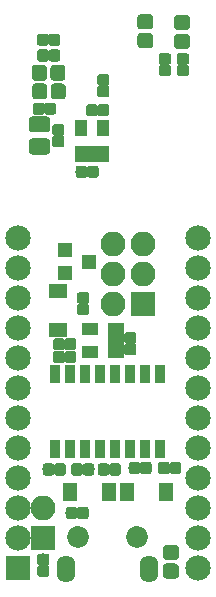
<source format=gbr>
G04 #@! TF.GenerationSoftware,KiCad,Pcbnew,(5.0.0)*
G04 #@! TF.CreationDate,2020-04-23T13:12:55-06:00*
G04 #@! TF.ProjectId,EByte_E73,45427974655F4537332E6B696361645F,rev?*
G04 #@! TF.SameCoordinates,Original*
G04 #@! TF.FileFunction,Soldermask,Bot*
G04 #@! TF.FilePolarity,Negative*
%FSLAX46Y46*%
G04 Gerber Fmt 4.6, Leading zero omitted, Abs format (unit mm)*
G04 Created by KiCad (PCBNEW (5.0.0)) date 04/23/20 13:12:55*
%MOMM*%
%LPD*%
G01*
G04 APERTURE LIST*
%ADD10R,0.908000X1.543000*%
%ADD11R,2.152600X2.152600*%
%ADD12C,2.152600*%
%ADD13C,1.850000*%
%ADD14O,1.600000X2.300000*%
%ADD15R,1.300000X1.200000*%
%ADD16R,2.100000X2.100000*%
%ADD17O,2.100000X2.100000*%
%ADD18R,1.600000X1.300000*%
%ADD19R,1.300000X1.600000*%
%ADD20C,0.100000*%
%ADD21C,0.990000*%
%ADD22R,1.050000X1.460000*%
%ADD23C,1.275000*%
%ADD24R,1.460000X1.050000*%
%ADD25C,1.375000*%
G04 APERTURE END LIST*
D10*
G04 #@! TO.C,U4*
X113665000Y-135699500D03*
X111125000Y-135699500D03*
X109855000Y-135699500D03*
X108585000Y-135699500D03*
X107315000Y-135699500D03*
X106045000Y-135699500D03*
X104775000Y-135699500D03*
X104775000Y-142049500D03*
X106045000Y-142049500D03*
X107315000Y-142049500D03*
X108585000Y-142049500D03*
X109855000Y-142049500D03*
X111125000Y-142049500D03*
X112395000Y-142049500D03*
X113665000Y-142049500D03*
X112395000Y-135699500D03*
G04 #@! TD*
D11*
G04 #@! TO.C,U2*
X101600000Y-152146000D03*
D12*
X101600000Y-149606000D03*
X101600000Y-147066000D03*
X101600000Y-144526000D03*
X101600000Y-141986000D03*
X101600000Y-139446000D03*
X101600000Y-136906000D03*
X101600000Y-134366000D03*
X101600000Y-131826000D03*
X101600000Y-129286000D03*
X101600000Y-126746000D03*
X101600000Y-124206000D03*
X116840000Y-124206000D03*
X116840000Y-126746000D03*
X116840000Y-129286000D03*
X116840000Y-131826000D03*
X116840000Y-134366000D03*
X116840000Y-136906000D03*
X116840000Y-139446000D03*
X116840000Y-141986000D03*
X116840000Y-144526000D03*
X116840000Y-147066000D03*
X116840000Y-149606000D03*
X116840000Y-152146000D03*
G04 #@! TD*
D13*
G04 #@! TO.C,J1*
X106669200Y-149508980D03*
X111669200Y-149508980D03*
D14*
X105669200Y-152208980D03*
X112669200Y-152208980D03*
G04 #@! TD*
D15*
G04 #@! TO.C,Q1*
X105616500Y-127124500D03*
X105616500Y-125224500D03*
X107616500Y-126174500D03*
G04 #@! TD*
D16*
G04 #@! TO.C,J3*
X103759000Y-149606000D03*
D17*
X103759000Y-147066000D03*
G04 #@! TD*
D16*
G04 #@! TO.C,J2*
X112229900Y-129715260D03*
D17*
X109689900Y-129715260D03*
X112229900Y-127175260D03*
X109689900Y-127175260D03*
X112229900Y-124635260D03*
X109689900Y-124635260D03*
G04 #@! TD*
D18*
G04 #@! TO.C,D1*
X105029000Y-128652000D03*
X105029000Y-131952000D03*
G04 #@! TD*
D19*
G04 #@! TO.C,D2*
X105982500Y-145669000D03*
X109282500Y-145669000D03*
G04 #@! TD*
G04 #@! TO.C,D3*
X114172000Y-145669000D03*
X110872000Y-145669000D03*
G04 #@! TD*
D20*
G04 #@! TO.C,R7*
G36*
X104055759Y-150890192D02*
X104079785Y-150893756D01*
X104103345Y-150899657D01*
X104126214Y-150907840D01*
X104148171Y-150918224D01*
X104169004Y-150930711D01*
X104188512Y-150945180D01*
X104206509Y-150961491D01*
X104222820Y-150979488D01*
X104237289Y-150998996D01*
X104249776Y-151019829D01*
X104260160Y-151041786D01*
X104268343Y-151064655D01*
X104274244Y-151088215D01*
X104277808Y-151112241D01*
X104279000Y-151136500D01*
X104279000Y-151631500D01*
X104277808Y-151655759D01*
X104274244Y-151679785D01*
X104268343Y-151703345D01*
X104260160Y-151726214D01*
X104249776Y-151748171D01*
X104237289Y-151769004D01*
X104222820Y-151788512D01*
X104206509Y-151806509D01*
X104188512Y-151822820D01*
X104169004Y-151837289D01*
X104148171Y-151849776D01*
X104126214Y-151860160D01*
X104103345Y-151868343D01*
X104079785Y-151874244D01*
X104055759Y-151877808D01*
X104031500Y-151879000D01*
X103486500Y-151879000D01*
X103462241Y-151877808D01*
X103438215Y-151874244D01*
X103414655Y-151868343D01*
X103391786Y-151860160D01*
X103369829Y-151849776D01*
X103348996Y-151837289D01*
X103329488Y-151822820D01*
X103311491Y-151806509D01*
X103295180Y-151788512D01*
X103280711Y-151769004D01*
X103268224Y-151748171D01*
X103257840Y-151726214D01*
X103249657Y-151703345D01*
X103243756Y-151679785D01*
X103240192Y-151655759D01*
X103239000Y-151631500D01*
X103239000Y-151136500D01*
X103240192Y-151112241D01*
X103243756Y-151088215D01*
X103249657Y-151064655D01*
X103257840Y-151041786D01*
X103268224Y-151019829D01*
X103280711Y-150998996D01*
X103295180Y-150979488D01*
X103311491Y-150961491D01*
X103329488Y-150945180D01*
X103348996Y-150930711D01*
X103369829Y-150918224D01*
X103391786Y-150907840D01*
X103414655Y-150899657D01*
X103438215Y-150893756D01*
X103462241Y-150890192D01*
X103486500Y-150889000D01*
X104031500Y-150889000D01*
X104055759Y-150890192D01*
X104055759Y-150890192D01*
G37*
D21*
X103759000Y-151384000D03*
D20*
G36*
X104055759Y-151860192D02*
X104079785Y-151863756D01*
X104103345Y-151869657D01*
X104126214Y-151877840D01*
X104148171Y-151888224D01*
X104169004Y-151900711D01*
X104188512Y-151915180D01*
X104206509Y-151931491D01*
X104222820Y-151949488D01*
X104237289Y-151968996D01*
X104249776Y-151989829D01*
X104260160Y-152011786D01*
X104268343Y-152034655D01*
X104274244Y-152058215D01*
X104277808Y-152082241D01*
X104279000Y-152106500D01*
X104279000Y-152601500D01*
X104277808Y-152625759D01*
X104274244Y-152649785D01*
X104268343Y-152673345D01*
X104260160Y-152696214D01*
X104249776Y-152718171D01*
X104237289Y-152739004D01*
X104222820Y-152758512D01*
X104206509Y-152776509D01*
X104188512Y-152792820D01*
X104169004Y-152807289D01*
X104148171Y-152819776D01*
X104126214Y-152830160D01*
X104103345Y-152838343D01*
X104079785Y-152844244D01*
X104055759Y-152847808D01*
X104031500Y-152849000D01*
X103486500Y-152849000D01*
X103462241Y-152847808D01*
X103438215Y-152844244D01*
X103414655Y-152838343D01*
X103391786Y-152830160D01*
X103369829Y-152819776D01*
X103348996Y-152807289D01*
X103329488Y-152792820D01*
X103311491Y-152776509D01*
X103295180Y-152758512D01*
X103280711Y-152739004D01*
X103268224Y-152718171D01*
X103257840Y-152696214D01*
X103249657Y-152673345D01*
X103243756Y-152649785D01*
X103240192Y-152625759D01*
X103239000Y-152601500D01*
X103239000Y-152106500D01*
X103240192Y-152082241D01*
X103243756Y-152058215D01*
X103249657Y-152034655D01*
X103257840Y-152011786D01*
X103268224Y-151989829D01*
X103280711Y-151968996D01*
X103295180Y-151949488D01*
X103311491Y-151931491D01*
X103329488Y-151915180D01*
X103348996Y-151900711D01*
X103369829Y-151888224D01*
X103391786Y-151877840D01*
X103414655Y-151869657D01*
X103438215Y-151863756D01*
X103462241Y-151860192D01*
X103486500Y-151859000D01*
X104031500Y-151859000D01*
X104055759Y-151860192D01*
X104055759Y-151860192D01*
G37*
D21*
X103759000Y-152354000D03*
G04 #@! TD*
D22*
G04 #@! TO.C,U3*
X108836500Y-117094000D03*
X107886500Y-117094000D03*
X106936500Y-117094000D03*
X106936500Y-114894000D03*
X108836500Y-114894000D03*
G04 #@! TD*
D20*
G04 #@! TO.C,C4*
G36*
X103990259Y-106859692D02*
X104014285Y-106863256D01*
X104037845Y-106869157D01*
X104060714Y-106877340D01*
X104082671Y-106887724D01*
X104103504Y-106900211D01*
X104123012Y-106914680D01*
X104141009Y-106930991D01*
X104157320Y-106948988D01*
X104171789Y-106968496D01*
X104184276Y-106989329D01*
X104194660Y-107011286D01*
X104202843Y-107034155D01*
X104208744Y-107057715D01*
X104212308Y-107081741D01*
X104213500Y-107106000D01*
X104213500Y-107651000D01*
X104212308Y-107675259D01*
X104208744Y-107699285D01*
X104202843Y-107722845D01*
X104194660Y-107745714D01*
X104184276Y-107767671D01*
X104171789Y-107788504D01*
X104157320Y-107808012D01*
X104141009Y-107826009D01*
X104123012Y-107842320D01*
X104103504Y-107856789D01*
X104082671Y-107869276D01*
X104060714Y-107879660D01*
X104037845Y-107887843D01*
X104014285Y-107893744D01*
X103990259Y-107897308D01*
X103966000Y-107898500D01*
X103471000Y-107898500D01*
X103446741Y-107897308D01*
X103422715Y-107893744D01*
X103399155Y-107887843D01*
X103376286Y-107879660D01*
X103354329Y-107869276D01*
X103333496Y-107856789D01*
X103313988Y-107842320D01*
X103295991Y-107826009D01*
X103279680Y-107808012D01*
X103265211Y-107788504D01*
X103252724Y-107767671D01*
X103242340Y-107745714D01*
X103234157Y-107722845D01*
X103228256Y-107699285D01*
X103224692Y-107675259D01*
X103223500Y-107651000D01*
X103223500Y-107106000D01*
X103224692Y-107081741D01*
X103228256Y-107057715D01*
X103234157Y-107034155D01*
X103242340Y-107011286D01*
X103252724Y-106989329D01*
X103265211Y-106968496D01*
X103279680Y-106948988D01*
X103295991Y-106930991D01*
X103313988Y-106914680D01*
X103333496Y-106900211D01*
X103354329Y-106887724D01*
X103376286Y-106877340D01*
X103399155Y-106869157D01*
X103422715Y-106863256D01*
X103446741Y-106859692D01*
X103471000Y-106858500D01*
X103966000Y-106858500D01*
X103990259Y-106859692D01*
X103990259Y-106859692D01*
G37*
D21*
X103718500Y-107378500D03*
D20*
G36*
X104960259Y-106859692D02*
X104984285Y-106863256D01*
X105007845Y-106869157D01*
X105030714Y-106877340D01*
X105052671Y-106887724D01*
X105073504Y-106900211D01*
X105093012Y-106914680D01*
X105111009Y-106930991D01*
X105127320Y-106948988D01*
X105141789Y-106968496D01*
X105154276Y-106989329D01*
X105164660Y-107011286D01*
X105172843Y-107034155D01*
X105178744Y-107057715D01*
X105182308Y-107081741D01*
X105183500Y-107106000D01*
X105183500Y-107651000D01*
X105182308Y-107675259D01*
X105178744Y-107699285D01*
X105172843Y-107722845D01*
X105164660Y-107745714D01*
X105154276Y-107767671D01*
X105141789Y-107788504D01*
X105127320Y-107808012D01*
X105111009Y-107826009D01*
X105093012Y-107842320D01*
X105073504Y-107856789D01*
X105052671Y-107869276D01*
X105030714Y-107879660D01*
X105007845Y-107887843D01*
X104984285Y-107893744D01*
X104960259Y-107897308D01*
X104936000Y-107898500D01*
X104441000Y-107898500D01*
X104416741Y-107897308D01*
X104392715Y-107893744D01*
X104369155Y-107887843D01*
X104346286Y-107879660D01*
X104324329Y-107869276D01*
X104303496Y-107856789D01*
X104283988Y-107842320D01*
X104265991Y-107826009D01*
X104249680Y-107808012D01*
X104235211Y-107788504D01*
X104222724Y-107767671D01*
X104212340Y-107745714D01*
X104204157Y-107722845D01*
X104198256Y-107699285D01*
X104194692Y-107675259D01*
X104193500Y-107651000D01*
X104193500Y-107106000D01*
X104194692Y-107081741D01*
X104198256Y-107057715D01*
X104204157Y-107034155D01*
X104212340Y-107011286D01*
X104222724Y-106989329D01*
X104235211Y-106968496D01*
X104249680Y-106948988D01*
X104265991Y-106930991D01*
X104283988Y-106914680D01*
X104303496Y-106900211D01*
X104324329Y-106887724D01*
X104346286Y-106877340D01*
X104369155Y-106869157D01*
X104392715Y-106863256D01*
X104416741Y-106859692D01*
X104441000Y-106858500D01*
X104936000Y-106858500D01*
X104960259Y-106859692D01*
X104960259Y-106859692D01*
G37*
D21*
X104688500Y-107378500D03*
G04 #@! TD*
D20*
G04 #@! TO.C,C6*
G36*
X104960259Y-108193192D02*
X104984285Y-108196756D01*
X105007845Y-108202657D01*
X105030714Y-108210840D01*
X105052671Y-108221224D01*
X105073504Y-108233711D01*
X105093012Y-108248180D01*
X105111009Y-108264491D01*
X105127320Y-108282488D01*
X105141789Y-108301996D01*
X105154276Y-108322829D01*
X105164660Y-108344786D01*
X105172843Y-108367655D01*
X105178744Y-108391215D01*
X105182308Y-108415241D01*
X105183500Y-108439500D01*
X105183500Y-108984500D01*
X105182308Y-109008759D01*
X105178744Y-109032785D01*
X105172843Y-109056345D01*
X105164660Y-109079214D01*
X105154276Y-109101171D01*
X105141789Y-109122004D01*
X105127320Y-109141512D01*
X105111009Y-109159509D01*
X105093012Y-109175820D01*
X105073504Y-109190289D01*
X105052671Y-109202776D01*
X105030714Y-109213160D01*
X105007845Y-109221343D01*
X104984285Y-109227244D01*
X104960259Y-109230808D01*
X104936000Y-109232000D01*
X104441000Y-109232000D01*
X104416741Y-109230808D01*
X104392715Y-109227244D01*
X104369155Y-109221343D01*
X104346286Y-109213160D01*
X104324329Y-109202776D01*
X104303496Y-109190289D01*
X104283988Y-109175820D01*
X104265991Y-109159509D01*
X104249680Y-109141512D01*
X104235211Y-109122004D01*
X104222724Y-109101171D01*
X104212340Y-109079214D01*
X104204157Y-109056345D01*
X104198256Y-109032785D01*
X104194692Y-109008759D01*
X104193500Y-108984500D01*
X104193500Y-108439500D01*
X104194692Y-108415241D01*
X104198256Y-108391215D01*
X104204157Y-108367655D01*
X104212340Y-108344786D01*
X104222724Y-108322829D01*
X104235211Y-108301996D01*
X104249680Y-108282488D01*
X104265991Y-108264491D01*
X104283988Y-108248180D01*
X104303496Y-108233711D01*
X104324329Y-108221224D01*
X104346286Y-108210840D01*
X104369155Y-108202657D01*
X104392715Y-108196756D01*
X104416741Y-108193192D01*
X104441000Y-108192000D01*
X104936000Y-108192000D01*
X104960259Y-108193192D01*
X104960259Y-108193192D01*
G37*
D21*
X104688500Y-108712000D03*
D20*
G36*
X103990259Y-108193192D02*
X104014285Y-108196756D01*
X104037845Y-108202657D01*
X104060714Y-108210840D01*
X104082671Y-108221224D01*
X104103504Y-108233711D01*
X104123012Y-108248180D01*
X104141009Y-108264491D01*
X104157320Y-108282488D01*
X104171789Y-108301996D01*
X104184276Y-108322829D01*
X104194660Y-108344786D01*
X104202843Y-108367655D01*
X104208744Y-108391215D01*
X104212308Y-108415241D01*
X104213500Y-108439500D01*
X104213500Y-108984500D01*
X104212308Y-109008759D01*
X104208744Y-109032785D01*
X104202843Y-109056345D01*
X104194660Y-109079214D01*
X104184276Y-109101171D01*
X104171789Y-109122004D01*
X104157320Y-109141512D01*
X104141009Y-109159509D01*
X104123012Y-109175820D01*
X104103504Y-109190289D01*
X104082671Y-109202776D01*
X104060714Y-109213160D01*
X104037845Y-109221343D01*
X104014285Y-109227244D01*
X103990259Y-109230808D01*
X103966000Y-109232000D01*
X103471000Y-109232000D01*
X103446741Y-109230808D01*
X103422715Y-109227244D01*
X103399155Y-109221343D01*
X103376286Y-109213160D01*
X103354329Y-109202776D01*
X103333496Y-109190289D01*
X103313988Y-109175820D01*
X103295991Y-109159509D01*
X103279680Y-109141512D01*
X103265211Y-109122004D01*
X103252724Y-109101171D01*
X103242340Y-109079214D01*
X103234157Y-109056345D01*
X103228256Y-109032785D01*
X103224692Y-109008759D01*
X103223500Y-108984500D01*
X103223500Y-108439500D01*
X103224692Y-108415241D01*
X103228256Y-108391215D01*
X103234157Y-108367655D01*
X103242340Y-108344786D01*
X103252724Y-108322829D01*
X103265211Y-108301996D01*
X103279680Y-108282488D01*
X103295991Y-108264491D01*
X103313988Y-108248180D01*
X103333496Y-108233711D01*
X103354329Y-108221224D01*
X103376286Y-108210840D01*
X103399155Y-108202657D01*
X103422715Y-108196756D01*
X103446741Y-108193192D01*
X103471000Y-108192000D01*
X103966000Y-108192000D01*
X103990259Y-108193192D01*
X103990259Y-108193192D01*
G37*
D21*
X103718500Y-108712000D03*
G04 #@! TD*
D20*
G04 #@! TO.C,R1*
G36*
X109135759Y-110296192D02*
X109159785Y-110299756D01*
X109183345Y-110305657D01*
X109206214Y-110313840D01*
X109228171Y-110324224D01*
X109249004Y-110336711D01*
X109268512Y-110351180D01*
X109286509Y-110367491D01*
X109302820Y-110385488D01*
X109317289Y-110404996D01*
X109329776Y-110425829D01*
X109340160Y-110447786D01*
X109348343Y-110470655D01*
X109354244Y-110494215D01*
X109357808Y-110518241D01*
X109359000Y-110542500D01*
X109359000Y-111037500D01*
X109357808Y-111061759D01*
X109354244Y-111085785D01*
X109348343Y-111109345D01*
X109340160Y-111132214D01*
X109329776Y-111154171D01*
X109317289Y-111175004D01*
X109302820Y-111194512D01*
X109286509Y-111212509D01*
X109268512Y-111228820D01*
X109249004Y-111243289D01*
X109228171Y-111255776D01*
X109206214Y-111266160D01*
X109183345Y-111274343D01*
X109159785Y-111280244D01*
X109135759Y-111283808D01*
X109111500Y-111285000D01*
X108566500Y-111285000D01*
X108542241Y-111283808D01*
X108518215Y-111280244D01*
X108494655Y-111274343D01*
X108471786Y-111266160D01*
X108449829Y-111255776D01*
X108428996Y-111243289D01*
X108409488Y-111228820D01*
X108391491Y-111212509D01*
X108375180Y-111194512D01*
X108360711Y-111175004D01*
X108348224Y-111154171D01*
X108337840Y-111132214D01*
X108329657Y-111109345D01*
X108323756Y-111085785D01*
X108320192Y-111061759D01*
X108319000Y-111037500D01*
X108319000Y-110542500D01*
X108320192Y-110518241D01*
X108323756Y-110494215D01*
X108329657Y-110470655D01*
X108337840Y-110447786D01*
X108348224Y-110425829D01*
X108360711Y-110404996D01*
X108375180Y-110385488D01*
X108391491Y-110367491D01*
X108409488Y-110351180D01*
X108428996Y-110336711D01*
X108449829Y-110324224D01*
X108471786Y-110313840D01*
X108494655Y-110305657D01*
X108518215Y-110299756D01*
X108542241Y-110296192D01*
X108566500Y-110295000D01*
X109111500Y-110295000D01*
X109135759Y-110296192D01*
X109135759Y-110296192D01*
G37*
D21*
X108839000Y-110790000D03*
D20*
G36*
X109135759Y-111266192D02*
X109159785Y-111269756D01*
X109183345Y-111275657D01*
X109206214Y-111283840D01*
X109228171Y-111294224D01*
X109249004Y-111306711D01*
X109268512Y-111321180D01*
X109286509Y-111337491D01*
X109302820Y-111355488D01*
X109317289Y-111374996D01*
X109329776Y-111395829D01*
X109340160Y-111417786D01*
X109348343Y-111440655D01*
X109354244Y-111464215D01*
X109357808Y-111488241D01*
X109359000Y-111512500D01*
X109359000Y-112007500D01*
X109357808Y-112031759D01*
X109354244Y-112055785D01*
X109348343Y-112079345D01*
X109340160Y-112102214D01*
X109329776Y-112124171D01*
X109317289Y-112145004D01*
X109302820Y-112164512D01*
X109286509Y-112182509D01*
X109268512Y-112198820D01*
X109249004Y-112213289D01*
X109228171Y-112225776D01*
X109206214Y-112236160D01*
X109183345Y-112244343D01*
X109159785Y-112250244D01*
X109135759Y-112253808D01*
X109111500Y-112255000D01*
X108566500Y-112255000D01*
X108542241Y-112253808D01*
X108518215Y-112250244D01*
X108494655Y-112244343D01*
X108471786Y-112236160D01*
X108449829Y-112225776D01*
X108428996Y-112213289D01*
X108409488Y-112198820D01*
X108391491Y-112182509D01*
X108375180Y-112164512D01*
X108360711Y-112145004D01*
X108348224Y-112124171D01*
X108337840Y-112102214D01*
X108329657Y-112079345D01*
X108323756Y-112055785D01*
X108320192Y-112031759D01*
X108319000Y-112007500D01*
X108319000Y-111512500D01*
X108320192Y-111488241D01*
X108323756Y-111464215D01*
X108329657Y-111440655D01*
X108337840Y-111417786D01*
X108348224Y-111395829D01*
X108360711Y-111374996D01*
X108375180Y-111355488D01*
X108391491Y-111337491D01*
X108409488Y-111321180D01*
X108428996Y-111306711D01*
X108449829Y-111294224D01*
X108471786Y-111283840D01*
X108494655Y-111275657D01*
X108518215Y-111269756D01*
X108542241Y-111266192D01*
X108566500Y-111265000D01*
X109111500Y-111265000D01*
X109135759Y-111266192D01*
X109135759Y-111266192D01*
G37*
D21*
X108839000Y-111760000D03*
G04 #@! TD*
D20*
G04 #@! TO.C,R2*
G36*
X106316759Y-132640692D02*
X106340785Y-132644256D01*
X106364345Y-132650157D01*
X106387214Y-132658340D01*
X106409171Y-132668724D01*
X106430004Y-132681211D01*
X106449512Y-132695680D01*
X106467509Y-132711991D01*
X106483820Y-132729988D01*
X106498289Y-132749496D01*
X106510776Y-132770329D01*
X106521160Y-132792286D01*
X106529343Y-132815155D01*
X106535244Y-132838715D01*
X106538808Y-132862741D01*
X106540000Y-132887000D01*
X106540000Y-133432000D01*
X106538808Y-133456259D01*
X106535244Y-133480285D01*
X106529343Y-133503845D01*
X106521160Y-133526714D01*
X106510776Y-133548671D01*
X106498289Y-133569504D01*
X106483820Y-133589012D01*
X106467509Y-133607009D01*
X106449512Y-133623320D01*
X106430004Y-133637789D01*
X106409171Y-133650276D01*
X106387214Y-133660660D01*
X106364345Y-133668843D01*
X106340785Y-133674744D01*
X106316759Y-133678308D01*
X106292500Y-133679500D01*
X105797500Y-133679500D01*
X105773241Y-133678308D01*
X105749215Y-133674744D01*
X105725655Y-133668843D01*
X105702786Y-133660660D01*
X105680829Y-133650276D01*
X105659996Y-133637789D01*
X105640488Y-133623320D01*
X105622491Y-133607009D01*
X105606180Y-133589012D01*
X105591711Y-133569504D01*
X105579224Y-133548671D01*
X105568840Y-133526714D01*
X105560657Y-133503845D01*
X105554756Y-133480285D01*
X105551192Y-133456259D01*
X105550000Y-133432000D01*
X105550000Y-132887000D01*
X105551192Y-132862741D01*
X105554756Y-132838715D01*
X105560657Y-132815155D01*
X105568840Y-132792286D01*
X105579224Y-132770329D01*
X105591711Y-132749496D01*
X105606180Y-132729988D01*
X105622491Y-132711991D01*
X105640488Y-132695680D01*
X105659996Y-132681211D01*
X105680829Y-132668724D01*
X105702786Y-132658340D01*
X105725655Y-132650157D01*
X105749215Y-132644256D01*
X105773241Y-132640692D01*
X105797500Y-132639500D01*
X106292500Y-132639500D01*
X106316759Y-132640692D01*
X106316759Y-132640692D01*
G37*
D21*
X106045000Y-133159500D03*
D20*
G36*
X105346759Y-132640692D02*
X105370785Y-132644256D01*
X105394345Y-132650157D01*
X105417214Y-132658340D01*
X105439171Y-132668724D01*
X105460004Y-132681211D01*
X105479512Y-132695680D01*
X105497509Y-132711991D01*
X105513820Y-132729988D01*
X105528289Y-132749496D01*
X105540776Y-132770329D01*
X105551160Y-132792286D01*
X105559343Y-132815155D01*
X105565244Y-132838715D01*
X105568808Y-132862741D01*
X105570000Y-132887000D01*
X105570000Y-133432000D01*
X105568808Y-133456259D01*
X105565244Y-133480285D01*
X105559343Y-133503845D01*
X105551160Y-133526714D01*
X105540776Y-133548671D01*
X105528289Y-133569504D01*
X105513820Y-133589012D01*
X105497509Y-133607009D01*
X105479512Y-133623320D01*
X105460004Y-133637789D01*
X105439171Y-133650276D01*
X105417214Y-133660660D01*
X105394345Y-133668843D01*
X105370785Y-133674744D01*
X105346759Y-133678308D01*
X105322500Y-133679500D01*
X104827500Y-133679500D01*
X104803241Y-133678308D01*
X104779215Y-133674744D01*
X104755655Y-133668843D01*
X104732786Y-133660660D01*
X104710829Y-133650276D01*
X104689996Y-133637789D01*
X104670488Y-133623320D01*
X104652491Y-133607009D01*
X104636180Y-133589012D01*
X104621711Y-133569504D01*
X104609224Y-133548671D01*
X104598840Y-133526714D01*
X104590657Y-133503845D01*
X104584756Y-133480285D01*
X104581192Y-133456259D01*
X104580000Y-133432000D01*
X104580000Y-132887000D01*
X104581192Y-132862741D01*
X104584756Y-132838715D01*
X104590657Y-132815155D01*
X104598840Y-132792286D01*
X104609224Y-132770329D01*
X104621711Y-132749496D01*
X104636180Y-132729988D01*
X104652491Y-132711991D01*
X104670488Y-132695680D01*
X104689996Y-132681211D01*
X104710829Y-132668724D01*
X104732786Y-132658340D01*
X104755655Y-132650157D01*
X104779215Y-132644256D01*
X104803241Y-132640692D01*
X104827500Y-132639500D01*
X105322500Y-132639500D01*
X105346759Y-132640692D01*
X105346759Y-132640692D01*
G37*
D21*
X105075000Y-133159500D03*
G04 #@! TD*
D20*
G04 #@! TO.C,R3*
G36*
X107421259Y-129721692D02*
X107445285Y-129725256D01*
X107468845Y-129731157D01*
X107491714Y-129739340D01*
X107513671Y-129749724D01*
X107534504Y-129762211D01*
X107554012Y-129776680D01*
X107572009Y-129792991D01*
X107588320Y-129810988D01*
X107602789Y-129830496D01*
X107615276Y-129851329D01*
X107625660Y-129873286D01*
X107633843Y-129896155D01*
X107639744Y-129919715D01*
X107643308Y-129943741D01*
X107644500Y-129968000D01*
X107644500Y-130463000D01*
X107643308Y-130487259D01*
X107639744Y-130511285D01*
X107633843Y-130534845D01*
X107625660Y-130557714D01*
X107615276Y-130579671D01*
X107602789Y-130600504D01*
X107588320Y-130620012D01*
X107572009Y-130638009D01*
X107554012Y-130654320D01*
X107534504Y-130668789D01*
X107513671Y-130681276D01*
X107491714Y-130691660D01*
X107468845Y-130699843D01*
X107445285Y-130705744D01*
X107421259Y-130709308D01*
X107397000Y-130710500D01*
X106852000Y-130710500D01*
X106827741Y-130709308D01*
X106803715Y-130705744D01*
X106780155Y-130699843D01*
X106757286Y-130691660D01*
X106735329Y-130681276D01*
X106714496Y-130668789D01*
X106694988Y-130654320D01*
X106676991Y-130638009D01*
X106660680Y-130620012D01*
X106646211Y-130600504D01*
X106633724Y-130579671D01*
X106623340Y-130557714D01*
X106615157Y-130534845D01*
X106609256Y-130511285D01*
X106605692Y-130487259D01*
X106604500Y-130463000D01*
X106604500Y-129968000D01*
X106605692Y-129943741D01*
X106609256Y-129919715D01*
X106615157Y-129896155D01*
X106623340Y-129873286D01*
X106633724Y-129851329D01*
X106646211Y-129830496D01*
X106660680Y-129810988D01*
X106676991Y-129792991D01*
X106694988Y-129776680D01*
X106714496Y-129762211D01*
X106735329Y-129749724D01*
X106757286Y-129739340D01*
X106780155Y-129731157D01*
X106803715Y-129725256D01*
X106827741Y-129721692D01*
X106852000Y-129720500D01*
X107397000Y-129720500D01*
X107421259Y-129721692D01*
X107421259Y-129721692D01*
G37*
D21*
X107124500Y-130215500D03*
D20*
G36*
X107421259Y-128751692D02*
X107445285Y-128755256D01*
X107468845Y-128761157D01*
X107491714Y-128769340D01*
X107513671Y-128779724D01*
X107534504Y-128792211D01*
X107554012Y-128806680D01*
X107572009Y-128822991D01*
X107588320Y-128840988D01*
X107602789Y-128860496D01*
X107615276Y-128881329D01*
X107625660Y-128903286D01*
X107633843Y-128926155D01*
X107639744Y-128949715D01*
X107643308Y-128973741D01*
X107644500Y-128998000D01*
X107644500Y-129493000D01*
X107643308Y-129517259D01*
X107639744Y-129541285D01*
X107633843Y-129564845D01*
X107625660Y-129587714D01*
X107615276Y-129609671D01*
X107602789Y-129630504D01*
X107588320Y-129650012D01*
X107572009Y-129668009D01*
X107554012Y-129684320D01*
X107534504Y-129698789D01*
X107513671Y-129711276D01*
X107491714Y-129721660D01*
X107468845Y-129729843D01*
X107445285Y-129735744D01*
X107421259Y-129739308D01*
X107397000Y-129740500D01*
X106852000Y-129740500D01*
X106827741Y-129739308D01*
X106803715Y-129735744D01*
X106780155Y-129729843D01*
X106757286Y-129721660D01*
X106735329Y-129711276D01*
X106714496Y-129698789D01*
X106694988Y-129684320D01*
X106676991Y-129668009D01*
X106660680Y-129650012D01*
X106646211Y-129630504D01*
X106633724Y-129609671D01*
X106623340Y-129587714D01*
X106615157Y-129564845D01*
X106609256Y-129541285D01*
X106605692Y-129517259D01*
X106604500Y-129493000D01*
X106604500Y-128998000D01*
X106605692Y-128973741D01*
X106609256Y-128949715D01*
X106615157Y-128926155D01*
X106623340Y-128903286D01*
X106633724Y-128881329D01*
X106646211Y-128860496D01*
X106660680Y-128840988D01*
X106676991Y-128822991D01*
X106694988Y-128806680D01*
X106714496Y-128792211D01*
X106735329Y-128779724D01*
X106757286Y-128769340D01*
X106780155Y-128761157D01*
X106803715Y-128755256D01*
X106827741Y-128751692D01*
X106852000Y-128750500D01*
X107397000Y-128750500D01*
X107421259Y-128751692D01*
X107421259Y-128751692D01*
G37*
D21*
X107124500Y-129245500D03*
G04 #@! TD*
D20*
G04 #@! TO.C,R4*
G36*
X103791493Y-111086535D02*
X103822435Y-111091125D01*
X103852778Y-111098725D01*
X103882230Y-111109263D01*
X103910508Y-111122638D01*
X103937338Y-111138719D01*
X103962463Y-111157353D01*
X103985640Y-111178360D01*
X104006647Y-111201537D01*
X104025281Y-111226662D01*
X104041362Y-111253492D01*
X104054737Y-111281770D01*
X104065275Y-111311222D01*
X104072875Y-111341565D01*
X104077465Y-111372507D01*
X104079000Y-111403750D01*
X104079000Y-112116250D01*
X104077465Y-112147493D01*
X104072875Y-112178435D01*
X104065275Y-112208778D01*
X104054737Y-112238230D01*
X104041362Y-112266508D01*
X104025281Y-112293338D01*
X104006647Y-112318463D01*
X103985640Y-112341640D01*
X103962463Y-112362647D01*
X103937338Y-112381281D01*
X103910508Y-112397362D01*
X103882230Y-112410737D01*
X103852778Y-112421275D01*
X103822435Y-112428875D01*
X103791493Y-112433465D01*
X103760250Y-112435000D01*
X103122750Y-112435000D01*
X103091507Y-112433465D01*
X103060565Y-112428875D01*
X103030222Y-112421275D01*
X103000770Y-112410737D01*
X102972492Y-112397362D01*
X102945662Y-112381281D01*
X102920537Y-112362647D01*
X102897360Y-112341640D01*
X102876353Y-112318463D01*
X102857719Y-112293338D01*
X102841638Y-112266508D01*
X102828263Y-112238230D01*
X102817725Y-112208778D01*
X102810125Y-112178435D01*
X102805535Y-112147493D01*
X102804000Y-112116250D01*
X102804000Y-111403750D01*
X102805535Y-111372507D01*
X102810125Y-111341565D01*
X102817725Y-111311222D01*
X102828263Y-111281770D01*
X102841638Y-111253492D01*
X102857719Y-111226662D01*
X102876353Y-111201537D01*
X102897360Y-111178360D01*
X102920537Y-111157353D01*
X102945662Y-111138719D01*
X102972492Y-111122638D01*
X103000770Y-111109263D01*
X103030222Y-111098725D01*
X103060565Y-111091125D01*
X103091507Y-111086535D01*
X103122750Y-111085000D01*
X103760250Y-111085000D01*
X103791493Y-111086535D01*
X103791493Y-111086535D01*
G37*
D23*
X103441500Y-111760000D03*
D20*
G36*
X105366493Y-111086535D02*
X105397435Y-111091125D01*
X105427778Y-111098725D01*
X105457230Y-111109263D01*
X105485508Y-111122638D01*
X105512338Y-111138719D01*
X105537463Y-111157353D01*
X105560640Y-111178360D01*
X105581647Y-111201537D01*
X105600281Y-111226662D01*
X105616362Y-111253492D01*
X105629737Y-111281770D01*
X105640275Y-111311222D01*
X105647875Y-111341565D01*
X105652465Y-111372507D01*
X105654000Y-111403750D01*
X105654000Y-112116250D01*
X105652465Y-112147493D01*
X105647875Y-112178435D01*
X105640275Y-112208778D01*
X105629737Y-112238230D01*
X105616362Y-112266508D01*
X105600281Y-112293338D01*
X105581647Y-112318463D01*
X105560640Y-112341640D01*
X105537463Y-112362647D01*
X105512338Y-112381281D01*
X105485508Y-112397362D01*
X105457230Y-112410737D01*
X105427778Y-112421275D01*
X105397435Y-112428875D01*
X105366493Y-112433465D01*
X105335250Y-112435000D01*
X104697750Y-112435000D01*
X104666507Y-112433465D01*
X104635565Y-112428875D01*
X104605222Y-112421275D01*
X104575770Y-112410737D01*
X104547492Y-112397362D01*
X104520662Y-112381281D01*
X104495537Y-112362647D01*
X104472360Y-112341640D01*
X104451353Y-112318463D01*
X104432719Y-112293338D01*
X104416638Y-112266508D01*
X104403263Y-112238230D01*
X104392725Y-112208778D01*
X104385125Y-112178435D01*
X104380535Y-112147493D01*
X104379000Y-112116250D01*
X104379000Y-111403750D01*
X104380535Y-111372507D01*
X104385125Y-111341565D01*
X104392725Y-111311222D01*
X104403263Y-111281770D01*
X104416638Y-111253492D01*
X104432719Y-111226662D01*
X104451353Y-111201537D01*
X104472360Y-111178360D01*
X104495537Y-111157353D01*
X104520662Y-111138719D01*
X104547492Y-111122638D01*
X104575770Y-111109263D01*
X104605222Y-111098725D01*
X104635565Y-111091125D01*
X104666507Y-111086535D01*
X104697750Y-111085000D01*
X105335250Y-111085000D01*
X105366493Y-111086535D01*
X105366493Y-111086535D01*
G37*
D23*
X105016500Y-111760000D03*
G04 #@! TD*
D20*
G04 #@! TO.C,R5*
G36*
X103765993Y-109499035D02*
X103796935Y-109503625D01*
X103827278Y-109511225D01*
X103856730Y-109521763D01*
X103885008Y-109535138D01*
X103911838Y-109551219D01*
X103936963Y-109569853D01*
X103960140Y-109590860D01*
X103981147Y-109614037D01*
X103999781Y-109639162D01*
X104015862Y-109665992D01*
X104029237Y-109694270D01*
X104039775Y-109723722D01*
X104047375Y-109754065D01*
X104051965Y-109785007D01*
X104053500Y-109816250D01*
X104053500Y-110528750D01*
X104051965Y-110559993D01*
X104047375Y-110590935D01*
X104039775Y-110621278D01*
X104029237Y-110650730D01*
X104015862Y-110679008D01*
X103999781Y-110705838D01*
X103981147Y-110730963D01*
X103960140Y-110754140D01*
X103936963Y-110775147D01*
X103911838Y-110793781D01*
X103885008Y-110809862D01*
X103856730Y-110823237D01*
X103827278Y-110833775D01*
X103796935Y-110841375D01*
X103765993Y-110845965D01*
X103734750Y-110847500D01*
X103097250Y-110847500D01*
X103066007Y-110845965D01*
X103035065Y-110841375D01*
X103004722Y-110833775D01*
X102975270Y-110823237D01*
X102946992Y-110809862D01*
X102920162Y-110793781D01*
X102895037Y-110775147D01*
X102871860Y-110754140D01*
X102850853Y-110730963D01*
X102832219Y-110705838D01*
X102816138Y-110679008D01*
X102802763Y-110650730D01*
X102792225Y-110621278D01*
X102784625Y-110590935D01*
X102780035Y-110559993D01*
X102778500Y-110528750D01*
X102778500Y-109816250D01*
X102780035Y-109785007D01*
X102784625Y-109754065D01*
X102792225Y-109723722D01*
X102802763Y-109694270D01*
X102816138Y-109665992D01*
X102832219Y-109639162D01*
X102850853Y-109614037D01*
X102871860Y-109590860D01*
X102895037Y-109569853D01*
X102920162Y-109551219D01*
X102946992Y-109535138D01*
X102975270Y-109521763D01*
X103004722Y-109511225D01*
X103035065Y-109503625D01*
X103066007Y-109499035D01*
X103097250Y-109497500D01*
X103734750Y-109497500D01*
X103765993Y-109499035D01*
X103765993Y-109499035D01*
G37*
D23*
X103416000Y-110172500D03*
D20*
G36*
X105340993Y-109499035D02*
X105371935Y-109503625D01*
X105402278Y-109511225D01*
X105431730Y-109521763D01*
X105460008Y-109535138D01*
X105486838Y-109551219D01*
X105511963Y-109569853D01*
X105535140Y-109590860D01*
X105556147Y-109614037D01*
X105574781Y-109639162D01*
X105590862Y-109665992D01*
X105604237Y-109694270D01*
X105614775Y-109723722D01*
X105622375Y-109754065D01*
X105626965Y-109785007D01*
X105628500Y-109816250D01*
X105628500Y-110528750D01*
X105626965Y-110559993D01*
X105622375Y-110590935D01*
X105614775Y-110621278D01*
X105604237Y-110650730D01*
X105590862Y-110679008D01*
X105574781Y-110705838D01*
X105556147Y-110730963D01*
X105535140Y-110754140D01*
X105511963Y-110775147D01*
X105486838Y-110793781D01*
X105460008Y-110809862D01*
X105431730Y-110823237D01*
X105402278Y-110833775D01*
X105371935Y-110841375D01*
X105340993Y-110845965D01*
X105309750Y-110847500D01*
X104672250Y-110847500D01*
X104641007Y-110845965D01*
X104610065Y-110841375D01*
X104579722Y-110833775D01*
X104550270Y-110823237D01*
X104521992Y-110809862D01*
X104495162Y-110793781D01*
X104470037Y-110775147D01*
X104446860Y-110754140D01*
X104425853Y-110730963D01*
X104407219Y-110705838D01*
X104391138Y-110679008D01*
X104377763Y-110650730D01*
X104367225Y-110621278D01*
X104359625Y-110590935D01*
X104355035Y-110559993D01*
X104353500Y-110528750D01*
X104353500Y-109816250D01*
X104355035Y-109785007D01*
X104359625Y-109754065D01*
X104367225Y-109723722D01*
X104377763Y-109694270D01*
X104391138Y-109665992D01*
X104407219Y-109639162D01*
X104425853Y-109614037D01*
X104446860Y-109590860D01*
X104470037Y-109569853D01*
X104495162Y-109551219D01*
X104521992Y-109535138D01*
X104550270Y-109521763D01*
X104579722Y-109511225D01*
X104610065Y-109503625D01*
X104641007Y-109499035D01*
X104672250Y-109497500D01*
X105309750Y-109497500D01*
X105340993Y-109499035D01*
X105340993Y-109499035D01*
G37*
D23*
X104991000Y-110172500D03*
G04 #@! TD*
D20*
G04 #@! TO.C,R6*
G36*
X111737259Y-143118192D02*
X111761285Y-143121756D01*
X111784845Y-143127657D01*
X111807714Y-143135840D01*
X111829671Y-143146224D01*
X111850504Y-143158711D01*
X111870012Y-143173180D01*
X111888009Y-143189491D01*
X111904320Y-143207488D01*
X111918789Y-143226996D01*
X111931276Y-143247829D01*
X111941660Y-143269786D01*
X111949843Y-143292655D01*
X111955744Y-143316215D01*
X111959308Y-143340241D01*
X111960500Y-143364500D01*
X111960500Y-143909500D01*
X111959308Y-143933759D01*
X111955744Y-143957785D01*
X111949843Y-143981345D01*
X111941660Y-144004214D01*
X111931276Y-144026171D01*
X111918789Y-144047004D01*
X111904320Y-144066512D01*
X111888009Y-144084509D01*
X111870012Y-144100820D01*
X111850504Y-144115289D01*
X111829671Y-144127776D01*
X111807714Y-144138160D01*
X111784845Y-144146343D01*
X111761285Y-144152244D01*
X111737259Y-144155808D01*
X111713000Y-144157000D01*
X111218000Y-144157000D01*
X111193741Y-144155808D01*
X111169715Y-144152244D01*
X111146155Y-144146343D01*
X111123286Y-144138160D01*
X111101329Y-144127776D01*
X111080496Y-144115289D01*
X111060988Y-144100820D01*
X111042991Y-144084509D01*
X111026680Y-144066512D01*
X111012211Y-144047004D01*
X110999724Y-144026171D01*
X110989340Y-144004214D01*
X110981157Y-143981345D01*
X110975256Y-143957785D01*
X110971692Y-143933759D01*
X110970500Y-143909500D01*
X110970500Y-143364500D01*
X110971692Y-143340241D01*
X110975256Y-143316215D01*
X110981157Y-143292655D01*
X110989340Y-143269786D01*
X110999724Y-143247829D01*
X111012211Y-143226996D01*
X111026680Y-143207488D01*
X111042991Y-143189491D01*
X111060988Y-143173180D01*
X111080496Y-143158711D01*
X111101329Y-143146224D01*
X111123286Y-143135840D01*
X111146155Y-143127657D01*
X111169715Y-143121756D01*
X111193741Y-143118192D01*
X111218000Y-143117000D01*
X111713000Y-143117000D01*
X111737259Y-143118192D01*
X111737259Y-143118192D01*
G37*
D21*
X111465500Y-143637000D03*
D20*
G36*
X112707259Y-143118192D02*
X112731285Y-143121756D01*
X112754845Y-143127657D01*
X112777714Y-143135840D01*
X112799671Y-143146224D01*
X112820504Y-143158711D01*
X112840012Y-143173180D01*
X112858009Y-143189491D01*
X112874320Y-143207488D01*
X112888789Y-143226996D01*
X112901276Y-143247829D01*
X112911660Y-143269786D01*
X112919843Y-143292655D01*
X112925744Y-143316215D01*
X112929308Y-143340241D01*
X112930500Y-143364500D01*
X112930500Y-143909500D01*
X112929308Y-143933759D01*
X112925744Y-143957785D01*
X112919843Y-143981345D01*
X112911660Y-144004214D01*
X112901276Y-144026171D01*
X112888789Y-144047004D01*
X112874320Y-144066512D01*
X112858009Y-144084509D01*
X112840012Y-144100820D01*
X112820504Y-144115289D01*
X112799671Y-144127776D01*
X112777714Y-144138160D01*
X112754845Y-144146343D01*
X112731285Y-144152244D01*
X112707259Y-144155808D01*
X112683000Y-144157000D01*
X112188000Y-144157000D01*
X112163741Y-144155808D01*
X112139715Y-144152244D01*
X112116155Y-144146343D01*
X112093286Y-144138160D01*
X112071329Y-144127776D01*
X112050496Y-144115289D01*
X112030988Y-144100820D01*
X112012991Y-144084509D01*
X111996680Y-144066512D01*
X111982211Y-144047004D01*
X111969724Y-144026171D01*
X111959340Y-144004214D01*
X111951157Y-143981345D01*
X111945256Y-143957785D01*
X111941692Y-143933759D01*
X111940500Y-143909500D01*
X111940500Y-143364500D01*
X111941692Y-143340241D01*
X111945256Y-143316215D01*
X111951157Y-143292655D01*
X111959340Y-143269786D01*
X111969724Y-143247829D01*
X111982211Y-143226996D01*
X111996680Y-143207488D01*
X112012991Y-143189491D01*
X112030988Y-143173180D01*
X112050496Y-143158711D01*
X112071329Y-143146224D01*
X112093286Y-143135840D01*
X112116155Y-143127657D01*
X112139715Y-143121756D01*
X112163741Y-143118192D01*
X112188000Y-143117000D01*
X112683000Y-143117000D01*
X112707259Y-143118192D01*
X112707259Y-143118192D01*
G37*
D21*
X112435500Y-143637000D03*
G04 #@! TD*
D20*
G04 #@! TO.C,R8*
G36*
X114342759Y-108518192D02*
X114366785Y-108521756D01*
X114390345Y-108527657D01*
X114413214Y-108535840D01*
X114435171Y-108546224D01*
X114456004Y-108558711D01*
X114475512Y-108573180D01*
X114493509Y-108589491D01*
X114509820Y-108607488D01*
X114524289Y-108626996D01*
X114536776Y-108647829D01*
X114547160Y-108669786D01*
X114555343Y-108692655D01*
X114561244Y-108716215D01*
X114564808Y-108740241D01*
X114566000Y-108764500D01*
X114566000Y-109259500D01*
X114564808Y-109283759D01*
X114561244Y-109307785D01*
X114555343Y-109331345D01*
X114547160Y-109354214D01*
X114536776Y-109376171D01*
X114524289Y-109397004D01*
X114509820Y-109416512D01*
X114493509Y-109434509D01*
X114475512Y-109450820D01*
X114456004Y-109465289D01*
X114435171Y-109477776D01*
X114413214Y-109488160D01*
X114390345Y-109496343D01*
X114366785Y-109502244D01*
X114342759Y-109505808D01*
X114318500Y-109507000D01*
X113773500Y-109507000D01*
X113749241Y-109505808D01*
X113725215Y-109502244D01*
X113701655Y-109496343D01*
X113678786Y-109488160D01*
X113656829Y-109477776D01*
X113635996Y-109465289D01*
X113616488Y-109450820D01*
X113598491Y-109434509D01*
X113582180Y-109416512D01*
X113567711Y-109397004D01*
X113555224Y-109376171D01*
X113544840Y-109354214D01*
X113536657Y-109331345D01*
X113530756Y-109307785D01*
X113527192Y-109283759D01*
X113526000Y-109259500D01*
X113526000Y-108764500D01*
X113527192Y-108740241D01*
X113530756Y-108716215D01*
X113536657Y-108692655D01*
X113544840Y-108669786D01*
X113555224Y-108647829D01*
X113567711Y-108626996D01*
X113582180Y-108607488D01*
X113598491Y-108589491D01*
X113616488Y-108573180D01*
X113635996Y-108558711D01*
X113656829Y-108546224D01*
X113678786Y-108535840D01*
X113701655Y-108527657D01*
X113725215Y-108521756D01*
X113749241Y-108518192D01*
X113773500Y-108517000D01*
X114318500Y-108517000D01*
X114342759Y-108518192D01*
X114342759Y-108518192D01*
G37*
D21*
X114046000Y-109012000D03*
D20*
G36*
X114342759Y-109488192D02*
X114366785Y-109491756D01*
X114390345Y-109497657D01*
X114413214Y-109505840D01*
X114435171Y-109516224D01*
X114456004Y-109528711D01*
X114475512Y-109543180D01*
X114493509Y-109559491D01*
X114509820Y-109577488D01*
X114524289Y-109596996D01*
X114536776Y-109617829D01*
X114547160Y-109639786D01*
X114555343Y-109662655D01*
X114561244Y-109686215D01*
X114564808Y-109710241D01*
X114566000Y-109734500D01*
X114566000Y-110229500D01*
X114564808Y-110253759D01*
X114561244Y-110277785D01*
X114555343Y-110301345D01*
X114547160Y-110324214D01*
X114536776Y-110346171D01*
X114524289Y-110367004D01*
X114509820Y-110386512D01*
X114493509Y-110404509D01*
X114475512Y-110420820D01*
X114456004Y-110435289D01*
X114435171Y-110447776D01*
X114413214Y-110458160D01*
X114390345Y-110466343D01*
X114366785Y-110472244D01*
X114342759Y-110475808D01*
X114318500Y-110477000D01*
X113773500Y-110477000D01*
X113749241Y-110475808D01*
X113725215Y-110472244D01*
X113701655Y-110466343D01*
X113678786Y-110458160D01*
X113656829Y-110447776D01*
X113635996Y-110435289D01*
X113616488Y-110420820D01*
X113598491Y-110404509D01*
X113582180Y-110386512D01*
X113567711Y-110367004D01*
X113555224Y-110346171D01*
X113544840Y-110324214D01*
X113536657Y-110301345D01*
X113530756Y-110277785D01*
X113527192Y-110253759D01*
X113526000Y-110229500D01*
X113526000Y-109734500D01*
X113527192Y-109710241D01*
X113530756Y-109686215D01*
X113536657Y-109662655D01*
X113544840Y-109639786D01*
X113555224Y-109617829D01*
X113567711Y-109596996D01*
X113582180Y-109577488D01*
X113598491Y-109559491D01*
X113616488Y-109543180D01*
X113635996Y-109528711D01*
X113656829Y-109516224D01*
X113678786Y-109505840D01*
X113701655Y-109497657D01*
X113725215Y-109491756D01*
X113749241Y-109488192D01*
X113773500Y-109487000D01*
X114318500Y-109487000D01*
X114342759Y-109488192D01*
X114342759Y-109488192D01*
G37*
D21*
X114046000Y-109982000D03*
G04 #@! TD*
D20*
G04 #@! TO.C,R9*
G36*
X115866759Y-109488192D02*
X115890785Y-109491756D01*
X115914345Y-109497657D01*
X115937214Y-109505840D01*
X115959171Y-109516224D01*
X115980004Y-109528711D01*
X115999512Y-109543180D01*
X116017509Y-109559491D01*
X116033820Y-109577488D01*
X116048289Y-109596996D01*
X116060776Y-109617829D01*
X116071160Y-109639786D01*
X116079343Y-109662655D01*
X116085244Y-109686215D01*
X116088808Y-109710241D01*
X116090000Y-109734500D01*
X116090000Y-110229500D01*
X116088808Y-110253759D01*
X116085244Y-110277785D01*
X116079343Y-110301345D01*
X116071160Y-110324214D01*
X116060776Y-110346171D01*
X116048289Y-110367004D01*
X116033820Y-110386512D01*
X116017509Y-110404509D01*
X115999512Y-110420820D01*
X115980004Y-110435289D01*
X115959171Y-110447776D01*
X115937214Y-110458160D01*
X115914345Y-110466343D01*
X115890785Y-110472244D01*
X115866759Y-110475808D01*
X115842500Y-110477000D01*
X115297500Y-110477000D01*
X115273241Y-110475808D01*
X115249215Y-110472244D01*
X115225655Y-110466343D01*
X115202786Y-110458160D01*
X115180829Y-110447776D01*
X115159996Y-110435289D01*
X115140488Y-110420820D01*
X115122491Y-110404509D01*
X115106180Y-110386512D01*
X115091711Y-110367004D01*
X115079224Y-110346171D01*
X115068840Y-110324214D01*
X115060657Y-110301345D01*
X115054756Y-110277785D01*
X115051192Y-110253759D01*
X115050000Y-110229500D01*
X115050000Y-109734500D01*
X115051192Y-109710241D01*
X115054756Y-109686215D01*
X115060657Y-109662655D01*
X115068840Y-109639786D01*
X115079224Y-109617829D01*
X115091711Y-109596996D01*
X115106180Y-109577488D01*
X115122491Y-109559491D01*
X115140488Y-109543180D01*
X115159996Y-109528711D01*
X115180829Y-109516224D01*
X115202786Y-109505840D01*
X115225655Y-109497657D01*
X115249215Y-109491756D01*
X115273241Y-109488192D01*
X115297500Y-109487000D01*
X115842500Y-109487000D01*
X115866759Y-109488192D01*
X115866759Y-109488192D01*
G37*
D21*
X115570000Y-109982000D03*
D20*
G36*
X115866759Y-108518192D02*
X115890785Y-108521756D01*
X115914345Y-108527657D01*
X115937214Y-108535840D01*
X115959171Y-108546224D01*
X115980004Y-108558711D01*
X115999512Y-108573180D01*
X116017509Y-108589491D01*
X116033820Y-108607488D01*
X116048289Y-108626996D01*
X116060776Y-108647829D01*
X116071160Y-108669786D01*
X116079343Y-108692655D01*
X116085244Y-108716215D01*
X116088808Y-108740241D01*
X116090000Y-108764500D01*
X116090000Y-109259500D01*
X116088808Y-109283759D01*
X116085244Y-109307785D01*
X116079343Y-109331345D01*
X116071160Y-109354214D01*
X116060776Y-109376171D01*
X116048289Y-109397004D01*
X116033820Y-109416512D01*
X116017509Y-109434509D01*
X115999512Y-109450820D01*
X115980004Y-109465289D01*
X115959171Y-109477776D01*
X115937214Y-109488160D01*
X115914345Y-109496343D01*
X115890785Y-109502244D01*
X115866759Y-109505808D01*
X115842500Y-109507000D01*
X115297500Y-109507000D01*
X115273241Y-109505808D01*
X115249215Y-109502244D01*
X115225655Y-109496343D01*
X115202786Y-109488160D01*
X115180829Y-109477776D01*
X115159996Y-109465289D01*
X115140488Y-109450820D01*
X115122491Y-109434509D01*
X115106180Y-109416512D01*
X115091711Y-109397004D01*
X115079224Y-109376171D01*
X115068840Y-109354214D01*
X115060657Y-109331345D01*
X115054756Y-109307785D01*
X115051192Y-109283759D01*
X115050000Y-109259500D01*
X115050000Y-108764500D01*
X115051192Y-108740241D01*
X115054756Y-108716215D01*
X115060657Y-108692655D01*
X115068840Y-108669786D01*
X115079224Y-108647829D01*
X115091711Y-108626996D01*
X115106180Y-108607488D01*
X115122491Y-108589491D01*
X115140488Y-108573180D01*
X115159996Y-108558711D01*
X115180829Y-108546224D01*
X115202786Y-108535840D01*
X115225655Y-108527657D01*
X115249215Y-108521756D01*
X115273241Y-108518192D01*
X115297500Y-108517000D01*
X115842500Y-108517000D01*
X115866759Y-108518192D01*
X115866759Y-108518192D01*
G37*
D21*
X115570000Y-109012000D03*
G04 #@! TD*
D20*
G04 #@! TO.C,R10*
G36*
X106403259Y-146928192D02*
X106427285Y-146931756D01*
X106450845Y-146937657D01*
X106473714Y-146945840D01*
X106495671Y-146956224D01*
X106516504Y-146968711D01*
X106536012Y-146983180D01*
X106554009Y-146999491D01*
X106570320Y-147017488D01*
X106584789Y-147036996D01*
X106597276Y-147057829D01*
X106607660Y-147079786D01*
X106615843Y-147102655D01*
X106621744Y-147126215D01*
X106625308Y-147150241D01*
X106626500Y-147174500D01*
X106626500Y-147719500D01*
X106625308Y-147743759D01*
X106621744Y-147767785D01*
X106615843Y-147791345D01*
X106607660Y-147814214D01*
X106597276Y-147836171D01*
X106584789Y-147857004D01*
X106570320Y-147876512D01*
X106554009Y-147894509D01*
X106536012Y-147910820D01*
X106516504Y-147925289D01*
X106495671Y-147937776D01*
X106473714Y-147948160D01*
X106450845Y-147956343D01*
X106427285Y-147962244D01*
X106403259Y-147965808D01*
X106379000Y-147967000D01*
X105884000Y-147967000D01*
X105859741Y-147965808D01*
X105835715Y-147962244D01*
X105812155Y-147956343D01*
X105789286Y-147948160D01*
X105767329Y-147937776D01*
X105746496Y-147925289D01*
X105726988Y-147910820D01*
X105708991Y-147894509D01*
X105692680Y-147876512D01*
X105678211Y-147857004D01*
X105665724Y-147836171D01*
X105655340Y-147814214D01*
X105647157Y-147791345D01*
X105641256Y-147767785D01*
X105637692Y-147743759D01*
X105636500Y-147719500D01*
X105636500Y-147174500D01*
X105637692Y-147150241D01*
X105641256Y-147126215D01*
X105647157Y-147102655D01*
X105655340Y-147079786D01*
X105665724Y-147057829D01*
X105678211Y-147036996D01*
X105692680Y-147017488D01*
X105708991Y-146999491D01*
X105726988Y-146983180D01*
X105746496Y-146968711D01*
X105767329Y-146956224D01*
X105789286Y-146945840D01*
X105812155Y-146937657D01*
X105835715Y-146931756D01*
X105859741Y-146928192D01*
X105884000Y-146927000D01*
X106379000Y-146927000D01*
X106403259Y-146928192D01*
X106403259Y-146928192D01*
G37*
D21*
X106131500Y-147447000D03*
D20*
G36*
X107373259Y-146928192D02*
X107397285Y-146931756D01*
X107420845Y-146937657D01*
X107443714Y-146945840D01*
X107465671Y-146956224D01*
X107486504Y-146968711D01*
X107506012Y-146983180D01*
X107524009Y-146999491D01*
X107540320Y-147017488D01*
X107554789Y-147036996D01*
X107567276Y-147057829D01*
X107577660Y-147079786D01*
X107585843Y-147102655D01*
X107591744Y-147126215D01*
X107595308Y-147150241D01*
X107596500Y-147174500D01*
X107596500Y-147719500D01*
X107595308Y-147743759D01*
X107591744Y-147767785D01*
X107585843Y-147791345D01*
X107577660Y-147814214D01*
X107567276Y-147836171D01*
X107554789Y-147857004D01*
X107540320Y-147876512D01*
X107524009Y-147894509D01*
X107506012Y-147910820D01*
X107486504Y-147925289D01*
X107465671Y-147937776D01*
X107443714Y-147948160D01*
X107420845Y-147956343D01*
X107397285Y-147962244D01*
X107373259Y-147965808D01*
X107349000Y-147967000D01*
X106854000Y-147967000D01*
X106829741Y-147965808D01*
X106805715Y-147962244D01*
X106782155Y-147956343D01*
X106759286Y-147948160D01*
X106737329Y-147937776D01*
X106716496Y-147925289D01*
X106696988Y-147910820D01*
X106678991Y-147894509D01*
X106662680Y-147876512D01*
X106648211Y-147857004D01*
X106635724Y-147836171D01*
X106625340Y-147814214D01*
X106617157Y-147791345D01*
X106611256Y-147767785D01*
X106607692Y-147743759D01*
X106606500Y-147719500D01*
X106606500Y-147174500D01*
X106607692Y-147150241D01*
X106611256Y-147126215D01*
X106617157Y-147102655D01*
X106625340Y-147079786D01*
X106635724Y-147057829D01*
X106648211Y-147036996D01*
X106662680Y-147017488D01*
X106678991Y-146999491D01*
X106696988Y-146983180D01*
X106716496Y-146968711D01*
X106737329Y-146956224D01*
X106759286Y-146945840D01*
X106782155Y-146937657D01*
X106805715Y-146931756D01*
X106829741Y-146928192D01*
X106854000Y-146927000D01*
X107349000Y-146927000D01*
X107373259Y-146928192D01*
X107373259Y-146928192D01*
G37*
D21*
X107101500Y-147447000D03*
G04 #@! TD*
D20*
G04 #@! TO.C,C1*
G36*
X103632261Y-112701692D02*
X103656287Y-112705256D01*
X103679847Y-112711157D01*
X103702716Y-112719340D01*
X103724673Y-112729724D01*
X103745506Y-112742211D01*
X103765014Y-112756680D01*
X103783011Y-112772991D01*
X103799322Y-112790988D01*
X103813791Y-112810496D01*
X103826278Y-112831329D01*
X103836662Y-112853286D01*
X103844845Y-112876155D01*
X103850746Y-112899715D01*
X103854310Y-112923741D01*
X103855502Y-112948000D01*
X103855502Y-113493000D01*
X103854310Y-113517259D01*
X103850746Y-113541285D01*
X103844845Y-113564845D01*
X103836662Y-113587714D01*
X103826278Y-113609671D01*
X103813791Y-113630504D01*
X103799322Y-113650012D01*
X103783011Y-113668009D01*
X103765014Y-113684320D01*
X103745506Y-113698789D01*
X103724673Y-113711276D01*
X103702716Y-113721660D01*
X103679847Y-113729843D01*
X103656287Y-113735744D01*
X103632261Y-113739308D01*
X103608002Y-113740500D01*
X103113002Y-113740500D01*
X103088743Y-113739308D01*
X103064717Y-113735744D01*
X103041157Y-113729843D01*
X103018288Y-113721660D01*
X102996331Y-113711276D01*
X102975498Y-113698789D01*
X102955990Y-113684320D01*
X102937993Y-113668009D01*
X102921682Y-113650012D01*
X102907213Y-113630504D01*
X102894726Y-113609671D01*
X102884342Y-113587714D01*
X102876159Y-113564845D01*
X102870258Y-113541285D01*
X102866694Y-113517259D01*
X102865502Y-113493000D01*
X102865502Y-112948000D01*
X102866694Y-112923741D01*
X102870258Y-112899715D01*
X102876159Y-112876155D01*
X102884342Y-112853286D01*
X102894726Y-112831329D01*
X102907213Y-112810496D01*
X102921682Y-112790988D01*
X102937993Y-112772991D01*
X102955990Y-112756680D01*
X102975498Y-112742211D01*
X102996331Y-112729724D01*
X103018288Y-112719340D01*
X103041157Y-112711157D01*
X103064717Y-112705256D01*
X103088743Y-112701692D01*
X103113002Y-112700500D01*
X103608002Y-112700500D01*
X103632261Y-112701692D01*
X103632261Y-112701692D01*
G37*
D21*
X103360502Y-113220500D03*
D20*
G36*
X104602261Y-112701692D02*
X104626287Y-112705256D01*
X104649847Y-112711157D01*
X104672716Y-112719340D01*
X104694673Y-112729724D01*
X104715506Y-112742211D01*
X104735014Y-112756680D01*
X104753011Y-112772991D01*
X104769322Y-112790988D01*
X104783791Y-112810496D01*
X104796278Y-112831329D01*
X104806662Y-112853286D01*
X104814845Y-112876155D01*
X104820746Y-112899715D01*
X104824310Y-112923741D01*
X104825502Y-112948000D01*
X104825502Y-113493000D01*
X104824310Y-113517259D01*
X104820746Y-113541285D01*
X104814845Y-113564845D01*
X104806662Y-113587714D01*
X104796278Y-113609671D01*
X104783791Y-113630504D01*
X104769322Y-113650012D01*
X104753011Y-113668009D01*
X104735014Y-113684320D01*
X104715506Y-113698789D01*
X104694673Y-113711276D01*
X104672716Y-113721660D01*
X104649847Y-113729843D01*
X104626287Y-113735744D01*
X104602261Y-113739308D01*
X104578002Y-113740500D01*
X104083002Y-113740500D01*
X104058743Y-113739308D01*
X104034717Y-113735744D01*
X104011157Y-113729843D01*
X103988288Y-113721660D01*
X103966331Y-113711276D01*
X103945498Y-113698789D01*
X103925990Y-113684320D01*
X103907993Y-113668009D01*
X103891682Y-113650012D01*
X103877213Y-113630504D01*
X103864726Y-113609671D01*
X103854342Y-113587714D01*
X103846159Y-113564845D01*
X103840258Y-113541285D01*
X103836694Y-113517259D01*
X103835502Y-113493000D01*
X103835502Y-112948000D01*
X103836694Y-112923741D01*
X103840258Y-112899715D01*
X103846159Y-112876155D01*
X103854342Y-112853286D01*
X103864726Y-112831329D01*
X103877213Y-112810496D01*
X103891682Y-112790988D01*
X103907993Y-112772991D01*
X103925990Y-112756680D01*
X103945498Y-112742211D01*
X103966331Y-112729724D01*
X103988288Y-112719340D01*
X104011157Y-112711157D01*
X104034717Y-112705256D01*
X104058743Y-112701692D01*
X104083002Y-112700500D01*
X104578002Y-112700500D01*
X104602261Y-112701692D01*
X104602261Y-112701692D01*
G37*
D21*
X104330502Y-113220500D03*
G04 #@! TD*
D20*
G04 #@! TO.C,C2*
G36*
X105325759Y-114527692D02*
X105349785Y-114531256D01*
X105373345Y-114537157D01*
X105396214Y-114545340D01*
X105418171Y-114555724D01*
X105439004Y-114568211D01*
X105458512Y-114582680D01*
X105476509Y-114598991D01*
X105492820Y-114616988D01*
X105507289Y-114636496D01*
X105519776Y-114657329D01*
X105530160Y-114679286D01*
X105538343Y-114702155D01*
X105544244Y-114725715D01*
X105547808Y-114749741D01*
X105549000Y-114774000D01*
X105549000Y-115269000D01*
X105547808Y-115293259D01*
X105544244Y-115317285D01*
X105538343Y-115340845D01*
X105530160Y-115363714D01*
X105519776Y-115385671D01*
X105507289Y-115406504D01*
X105492820Y-115426012D01*
X105476509Y-115444009D01*
X105458512Y-115460320D01*
X105439004Y-115474789D01*
X105418171Y-115487276D01*
X105396214Y-115497660D01*
X105373345Y-115505843D01*
X105349785Y-115511744D01*
X105325759Y-115515308D01*
X105301500Y-115516500D01*
X104756500Y-115516500D01*
X104732241Y-115515308D01*
X104708215Y-115511744D01*
X104684655Y-115505843D01*
X104661786Y-115497660D01*
X104639829Y-115487276D01*
X104618996Y-115474789D01*
X104599488Y-115460320D01*
X104581491Y-115444009D01*
X104565180Y-115426012D01*
X104550711Y-115406504D01*
X104538224Y-115385671D01*
X104527840Y-115363714D01*
X104519657Y-115340845D01*
X104513756Y-115317285D01*
X104510192Y-115293259D01*
X104509000Y-115269000D01*
X104509000Y-114774000D01*
X104510192Y-114749741D01*
X104513756Y-114725715D01*
X104519657Y-114702155D01*
X104527840Y-114679286D01*
X104538224Y-114657329D01*
X104550711Y-114636496D01*
X104565180Y-114616988D01*
X104581491Y-114598991D01*
X104599488Y-114582680D01*
X104618996Y-114568211D01*
X104639829Y-114555724D01*
X104661786Y-114545340D01*
X104684655Y-114537157D01*
X104708215Y-114531256D01*
X104732241Y-114527692D01*
X104756500Y-114526500D01*
X105301500Y-114526500D01*
X105325759Y-114527692D01*
X105325759Y-114527692D01*
G37*
D21*
X105029000Y-115021500D03*
D20*
G36*
X105325759Y-115497692D02*
X105349785Y-115501256D01*
X105373345Y-115507157D01*
X105396214Y-115515340D01*
X105418171Y-115525724D01*
X105439004Y-115538211D01*
X105458512Y-115552680D01*
X105476509Y-115568991D01*
X105492820Y-115586988D01*
X105507289Y-115606496D01*
X105519776Y-115627329D01*
X105530160Y-115649286D01*
X105538343Y-115672155D01*
X105544244Y-115695715D01*
X105547808Y-115719741D01*
X105549000Y-115744000D01*
X105549000Y-116239000D01*
X105547808Y-116263259D01*
X105544244Y-116287285D01*
X105538343Y-116310845D01*
X105530160Y-116333714D01*
X105519776Y-116355671D01*
X105507289Y-116376504D01*
X105492820Y-116396012D01*
X105476509Y-116414009D01*
X105458512Y-116430320D01*
X105439004Y-116444789D01*
X105418171Y-116457276D01*
X105396214Y-116467660D01*
X105373345Y-116475843D01*
X105349785Y-116481744D01*
X105325759Y-116485308D01*
X105301500Y-116486500D01*
X104756500Y-116486500D01*
X104732241Y-116485308D01*
X104708215Y-116481744D01*
X104684655Y-116475843D01*
X104661786Y-116467660D01*
X104639829Y-116457276D01*
X104618996Y-116444789D01*
X104599488Y-116430320D01*
X104581491Y-116414009D01*
X104565180Y-116396012D01*
X104550711Y-116376504D01*
X104538224Y-116355671D01*
X104527840Y-116333714D01*
X104519657Y-116310845D01*
X104513756Y-116287285D01*
X104510192Y-116263259D01*
X104509000Y-116239000D01*
X104509000Y-115744000D01*
X104510192Y-115719741D01*
X104513756Y-115695715D01*
X104519657Y-115672155D01*
X104527840Y-115649286D01*
X104538224Y-115627329D01*
X104550711Y-115606496D01*
X104565180Y-115586988D01*
X104581491Y-115568991D01*
X104599488Y-115552680D01*
X104618996Y-115538211D01*
X104639829Y-115525724D01*
X104661786Y-115515340D01*
X104684655Y-115507157D01*
X104708215Y-115501256D01*
X104732241Y-115497692D01*
X104756500Y-115496500D01*
X105301500Y-115496500D01*
X105325759Y-115497692D01*
X105325759Y-115497692D01*
G37*
D21*
X105029000Y-115991500D03*
G04 #@! TD*
D20*
G04 #@! TO.C,C3*
G36*
X108140761Y-112828693D02*
X108164787Y-112832257D01*
X108188347Y-112838158D01*
X108211216Y-112846341D01*
X108233173Y-112856725D01*
X108254006Y-112869212D01*
X108273514Y-112883681D01*
X108291511Y-112899992D01*
X108307822Y-112917989D01*
X108322291Y-112937497D01*
X108334778Y-112958330D01*
X108345162Y-112980287D01*
X108353345Y-113003156D01*
X108359246Y-113026716D01*
X108362810Y-113050742D01*
X108364002Y-113075001D01*
X108364002Y-113620001D01*
X108362810Y-113644260D01*
X108359246Y-113668286D01*
X108353345Y-113691846D01*
X108345162Y-113714715D01*
X108334778Y-113736672D01*
X108322291Y-113757505D01*
X108307822Y-113777013D01*
X108291511Y-113795010D01*
X108273514Y-113811321D01*
X108254006Y-113825790D01*
X108233173Y-113838277D01*
X108211216Y-113848661D01*
X108188347Y-113856844D01*
X108164787Y-113862745D01*
X108140761Y-113866309D01*
X108116502Y-113867501D01*
X107621502Y-113867501D01*
X107597243Y-113866309D01*
X107573217Y-113862745D01*
X107549657Y-113856844D01*
X107526788Y-113848661D01*
X107504831Y-113838277D01*
X107483998Y-113825790D01*
X107464490Y-113811321D01*
X107446493Y-113795010D01*
X107430182Y-113777013D01*
X107415713Y-113757505D01*
X107403226Y-113736672D01*
X107392842Y-113714715D01*
X107384659Y-113691846D01*
X107378758Y-113668286D01*
X107375194Y-113644260D01*
X107374002Y-113620001D01*
X107374002Y-113075001D01*
X107375194Y-113050742D01*
X107378758Y-113026716D01*
X107384659Y-113003156D01*
X107392842Y-112980287D01*
X107403226Y-112958330D01*
X107415713Y-112937497D01*
X107430182Y-112917989D01*
X107446493Y-112899992D01*
X107464490Y-112883681D01*
X107483998Y-112869212D01*
X107504831Y-112856725D01*
X107526788Y-112846341D01*
X107549657Y-112838158D01*
X107573217Y-112832257D01*
X107597243Y-112828693D01*
X107621502Y-112827501D01*
X108116502Y-112827501D01*
X108140761Y-112828693D01*
X108140761Y-112828693D01*
G37*
D21*
X107869002Y-113347501D03*
D20*
G36*
X109110761Y-112828693D02*
X109134787Y-112832257D01*
X109158347Y-112838158D01*
X109181216Y-112846341D01*
X109203173Y-112856725D01*
X109224006Y-112869212D01*
X109243514Y-112883681D01*
X109261511Y-112899992D01*
X109277822Y-112917989D01*
X109292291Y-112937497D01*
X109304778Y-112958330D01*
X109315162Y-112980287D01*
X109323345Y-113003156D01*
X109329246Y-113026716D01*
X109332810Y-113050742D01*
X109334002Y-113075001D01*
X109334002Y-113620001D01*
X109332810Y-113644260D01*
X109329246Y-113668286D01*
X109323345Y-113691846D01*
X109315162Y-113714715D01*
X109304778Y-113736672D01*
X109292291Y-113757505D01*
X109277822Y-113777013D01*
X109261511Y-113795010D01*
X109243514Y-113811321D01*
X109224006Y-113825790D01*
X109203173Y-113838277D01*
X109181216Y-113848661D01*
X109158347Y-113856844D01*
X109134787Y-113862745D01*
X109110761Y-113866309D01*
X109086502Y-113867501D01*
X108591502Y-113867501D01*
X108567243Y-113866309D01*
X108543217Y-113862745D01*
X108519657Y-113856844D01*
X108496788Y-113848661D01*
X108474831Y-113838277D01*
X108453998Y-113825790D01*
X108434490Y-113811321D01*
X108416493Y-113795010D01*
X108400182Y-113777013D01*
X108385713Y-113757505D01*
X108373226Y-113736672D01*
X108362842Y-113714715D01*
X108354659Y-113691846D01*
X108348758Y-113668286D01*
X108345194Y-113644260D01*
X108344002Y-113620001D01*
X108344002Y-113075001D01*
X108345194Y-113050742D01*
X108348758Y-113026716D01*
X108354659Y-113003156D01*
X108362842Y-112980287D01*
X108373226Y-112958330D01*
X108385713Y-112937497D01*
X108400182Y-112917989D01*
X108416493Y-112899992D01*
X108434490Y-112883681D01*
X108453998Y-112869212D01*
X108474831Y-112856725D01*
X108496788Y-112846341D01*
X108519657Y-112838158D01*
X108543217Y-112832257D01*
X108567243Y-112828693D01*
X108591502Y-112827501D01*
X109086502Y-112827501D01*
X109110761Y-112828693D01*
X109110761Y-112828693D01*
G37*
D21*
X108839002Y-113347501D03*
G04 #@! TD*
D20*
G04 #@! TO.C,C5*
G36*
X108221759Y-118035692D02*
X108245785Y-118039256D01*
X108269345Y-118045157D01*
X108292214Y-118053340D01*
X108314171Y-118063724D01*
X108335004Y-118076211D01*
X108354512Y-118090680D01*
X108372509Y-118106991D01*
X108388820Y-118124988D01*
X108403289Y-118144496D01*
X108415776Y-118165329D01*
X108426160Y-118187286D01*
X108434343Y-118210155D01*
X108440244Y-118233715D01*
X108443808Y-118257741D01*
X108445000Y-118282000D01*
X108445000Y-118827000D01*
X108443808Y-118851259D01*
X108440244Y-118875285D01*
X108434343Y-118898845D01*
X108426160Y-118921714D01*
X108415776Y-118943671D01*
X108403289Y-118964504D01*
X108388820Y-118984012D01*
X108372509Y-119002009D01*
X108354512Y-119018320D01*
X108335004Y-119032789D01*
X108314171Y-119045276D01*
X108292214Y-119055660D01*
X108269345Y-119063843D01*
X108245785Y-119069744D01*
X108221759Y-119073308D01*
X108197500Y-119074500D01*
X107702500Y-119074500D01*
X107678241Y-119073308D01*
X107654215Y-119069744D01*
X107630655Y-119063843D01*
X107607786Y-119055660D01*
X107585829Y-119045276D01*
X107564996Y-119032789D01*
X107545488Y-119018320D01*
X107527491Y-119002009D01*
X107511180Y-118984012D01*
X107496711Y-118964504D01*
X107484224Y-118943671D01*
X107473840Y-118921714D01*
X107465657Y-118898845D01*
X107459756Y-118875285D01*
X107456192Y-118851259D01*
X107455000Y-118827000D01*
X107455000Y-118282000D01*
X107456192Y-118257741D01*
X107459756Y-118233715D01*
X107465657Y-118210155D01*
X107473840Y-118187286D01*
X107484224Y-118165329D01*
X107496711Y-118144496D01*
X107511180Y-118124988D01*
X107527491Y-118106991D01*
X107545488Y-118090680D01*
X107564996Y-118076211D01*
X107585829Y-118063724D01*
X107607786Y-118053340D01*
X107630655Y-118045157D01*
X107654215Y-118039256D01*
X107678241Y-118035692D01*
X107702500Y-118034500D01*
X108197500Y-118034500D01*
X108221759Y-118035692D01*
X108221759Y-118035692D01*
G37*
D21*
X107950000Y-118554500D03*
D20*
G36*
X107251759Y-118035692D02*
X107275785Y-118039256D01*
X107299345Y-118045157D01*
X107322214Y-118053340D01*
X107344171Y-118063724D01*
X107365004Y-118076211D01*
X107384512Y-118090680D01*
X107402509Y-118106991D01*
X107418820Y-118124988D01*
X107433289Y-118144496D01*
X107445776Y-118165329D01*
X107456160Y-118187286D01*
X107464343Y-118210155D01*
X107470244Y-118233715D01*
X107473808Y-118257741D01*
X107475000Y-118282000D01*
X107475000Y-118827000D01*
X107473808Y-118851259D01*
X107470244Y-118875285D01*
X107464343Y-118898845D01*
X107456160Y-118921714D01*
X107445776Y-118943671D01*
X107433289Y-118964504D01*
X107418820Y-118984012D01*
X107402509Y-119002009D01*
X107384512Y-119018320D01*
X107365004Y-119032789D01*
X107344171Y-119045276D01*
X107322214Y-119055660D01*
X107299345Y-119063843D01*
X107275785Y-119069744D01*
X107251759Y-119073308D01*
X107227500Y-119074500D01*
X106732500Y-119074500D01*
X106708241Y-119073308D01*
X106684215Y-119069744D01*
X106660655Y-119063843D01*
X106637786Y-119055660D01*
X106615829Y-119045276D01*
X106594996Y-119032789D01*
X106575488Y-119018320D01*
X106557491Y-119002009D01*
X106541180Y-118984012D01*
X106526711Y-118964504D01*
X106514224Y-118943671D01*
X106503840Y-118921714D01*
X106495657Y-118898845D01*
X106489756Y-118875285D01*
X106486192Y-118851259D01*
X106485000Y-118827000D01*
X106485000Y-118282000D01*
X106486192Y-118257741D01*
X106489756Y-118233715D01*
X106495657Y-118210155D01*
X106503840Y-118187286D01*
X106514224Y-118165329D01*
X106526711Y-118144496D01*
X106541180Y-118124988D01*
X106557491Y-118106991D01*
X106575488Y-118090680D01*
X106594996Y-118076211D01*
X106615829Y-118063724D01*
X106637786Y-118053340D01*
X106660655Y-118045157D01*
X106684215Y-118039256D01*
X106708241Y-118035692D01*
X106732500Y-118034500D01*
X107227500Y-118034500D01*
X107251759Y-118035692D01*
X107251759Y-118035692D01*
G37*
D21*
X106980000Y-118554500D03*
G04 #@! TD*
D20*
G04 #@! TO.C,C7*
G36*
X111421759Y-133110192D02*
X111445785Y-133113756D01*
X111469345Y-133119657D01*
X111492214Y-133127840D01*
X111514171Y-133138224D01*
X111535004Y-133150711D01*
X111554512Y-133165180D01*
X111572509Y-133181491D01*
X111588820Y-133199488D01*
X111603289Y-133218996D01*
X111615776Y-133239829D01*
X111626160Y-133261786D01*
X111634343Y-133284655D01*
X111640244Y-133308215D01*
X111643808Y-133332241D01*
X111645000Y-133356500D01*
X111645000Y-133851500D01*
X111643808Y-133875759D01*
X111640244Y-133899785D01*
X111634343Y-133923345D01*
X111626160Y-133946214D01*
X111615776Y-133968171D01*
X111603289Y-133989004D01*
X111588820Y-134008512D01*
X111572509Y-134026509D01*
X111554512Y-134042820D01*
X111535004Y-134057289D01*
X111514171Y-134069776D01*
X111492214Y-134080160D01*
X111469345Y-134088343D01*
X111445785Y-134094244D01*
X111421759Y-134097808D01*
X111397500Y-134099000D01*
X110852500Y-134099000D01*
X110828241Y-134097808D01*
X110804215Y-134094244D01*
X110780655Y-134088343D01*
X110757786Y-134080160D01*
X110735829Y-134069776D01*
X110714996Y-134057289D01*
X110695488Y-134042820D01*
X110677491Y-134026509D01*
X110661180Y-134008512D01*
X110646711Y-133989004D01*
X110634224Y-133968171D01*
X110623840Y-133946214D01*
X110615657Y-133923345D01*
X110609756Y-133899785D01*
X110606192Y-133875759D01*
X110605000Y-133851500D01*
X110605000Y-133356500D01*
X110606192Y-133332241D01*
X110609756Y-133308215D01*
X110615657Y-133284655D01*
X110623840Y-133261786D01*
X110634224Y-133239829D01*
X110646711Y-133218996D01*
X110661180Y-133199488D01*
X110677491Y-133181491D01*
X110695488Y-133165180D01*
X110714996Y-133150711D01*
X110735829Y-133138224D01*
X110757786Y-133127840D01*
X110780655Y-133119657D01*
X110804215Y-133113756D01*
X110828241Y-133110192D01*
X110852500Y-133109000D01*
X111397500Y-133109000D01*
X111421759Y-133110192D01*
X111421759Y-133110192D01*
G37*
D21*
X111125000Y-133604000D03*
D20*
G36*
X111421759Y-132140192D02*
X111445785Y-132143756D01*
X111469345Y-132149657D01*
X111492214Y-132157840D01*
X111514171Y-132168224D01*
X111535004Y-132180711D01*
X111554512Y-132195180D01*
X111572509Y-132211491D01*
X111588820Y-132229488D01*
X111603289Y-132248996D01*
X111615776Y-132269829D01*
X111626160Y-132291786D01*
X111634343Y-132314655D01*
X111640244Y-132338215D01*
X111643808Y-132362241D01*
X111645000Y-132386500D01*
X111645000Y-132881500D01*
X111643808Y-132905759D01*
X111640244Y-132929785D01*
X111634343Y-132953345D01*
X111626160Y-132976214D01*
X111615776Y-132998171D01*
X111603289Y-133019004D01*
X111588820Y-133038512D01*
X111572509Y-133056509D01*
X111554512Y-133072820D01*
X111535004Y-133087289D01*
X111514171Y-133099776D01*
X111492214Y-133110160D01*
X111469345Y-133118343D01*
X111445785Y-133124244D01*
X111421759Y-133127808D01*
X111397500Y-133129000D01*
X110852500Y-133129000D01*
X110828241Y-133127808D01*
X110804215Y-133124244D01*
X110780655Y-133118343D01*
X110757786Y-133110160D01*
X110735829Y-133099776D01*
X110714996Y-133087289D01*
X110695488Y-133072820D01*
X110677491Y-133056509D01*
X110661180Y-133038512D01*
X110646711Y-133019004D01*
X110634224Y-132998171D01*
X110623840Y-132976214D01*
X110615657Y-132953345D01*
X110609756Y-132929785D01*
X110606192Y-132905759D01*
X110605000Y-132881500D01*
X110605000Y-132386500D01*
X110606192Y-132362241D01*
X110609756Y-132338215D01*
X110615657Y-132314655D01*
X110623840Y-132291786D01*
X110634224Y-132269829D01*
X110646711Y-132248996D01*
X110661180Y-132229488D01*
X110677491Y-132211491D01*
X110695488Y-132195180D01*
X110714996Y-132180711D01*
X110735829Y-132168224D01*
X110757786Y-132157840D01*
X110780655Y-132149657D01*
X110804215Y-132143756D01*
X110828241Y-132140192D01*
X110852500Y-132139000D01*
X111397500Y-132139000D01*
X111421759Y-132140192D01*
X111421759Y-132140192D01*
G37*
D21*
X111125000Y-132634000D03*
G04 #@! TD*
D20*
G04 #@! TO.C,C8*
G36*
X106316759Y-133720192D02*
X106340785Y-133723756D01*
X106364345Y-133729657D01*
X106387214Y-133737840D01*
X106409171Y-133748224D01*
X106430004Y-133760711D01*
X106449512Y-133775180D01*
X106467509Y-133791491D01*
X106483820Y-133809488D01*
X106498289Y-133828996D01*
X106510776Y-133849829D01*
X106521160Y-133871786D01*
X106529343Y-133894655D01*
X106535244Y-133918215D01*
X106538808Y-133942241D01*
X106540000Y-133966500D01*
X106540000Y-134511500D01*
X106538808Y-134535759D01*
X106535244Y-134559785D01*
X106529343Y-134583345D01*
X106521160Y-134606214D01*
X106510776Y-134628171D01*
X106498289Y-134649004D01*
X106483820Y-134668512D01*
X106467509Y-134686509D01*
X106449512Y-134702820D01*
X106430004Y-134717289D01*
X106409171Y-134729776D01*
X106387214Y-134740160D01*
X106364345Y-134748343D01*
X106340785Y-134754244D01*
X106316759Y-134757808D01*
X106292500Y-134759000D01*
X105797500Y-134759000D01*
X105773241Y-134757808D01*
X105749215Y-134754244D01*
X105725655Y-134748343D01*
X105702786Y-134740160D01*
X105680829Y-134729776D01*
X105659996Y-134717289D01*
X105640488Y-134702820D01*
X105622491Y-134686509D01*
X105606180Y-134668512D01*
X105591711Y-134649004D01*
X105579224Y-134628171D01*
X105568840Y-134606214D01*
X105560657Y-134583345D01*
X105554756Y-134559785D01*
X105551192Y-134535759D01*
X105550000Y-134511500D01*
X105550000Y-133966500D01*
X105551192Y-133942241D01*
X105554756Y-133918215D01*
X105560657Y-133894655D01*
X105568840Y-133871786D01*
X105579224Y-133849829D01*
X105591711Y-133828996D01*
X105606180Y-133809488D01*
X105622491Y-133791491D01*
X105640488Y-133775180D01*
X105659996Y-133760711D01*
X105680829Y-133748224D01*
X105702786Y-133737840D01*
X105725655Y-133729657D01*
X105749215Y-133723756D01*
X105773241Y-133720192D01*
X105797500Y-133719000D01*
X106292500Y-133719000D01*
X106316759Y-133720192D01*
X106316759Y-133720192D01*
G37*
D21*
X106045000Y-134239000D03*
D20*
G36*
X105346759Y-133720192D02*
X105370785Y-133723756D01*
X105394345Y-133729657D01*
X105417214Y-133737840D01*
X105439171Y-133748224D01*
X105460004Y-133760711D01*
X105479512Y-133775180D01*
X105497509Y-133791491D01*
X105513820Y-133809488D01*
X105528289Y-133828996D01*
X105540776Y-133849829D01*
X105551160Y-133871786D01*
X105559343Y-133894655D01*
X105565244Y-133918215D01*
X105568808Y-133942241D01*
X105570000Y-133966500D01*
X105570000Y-134511500D01*
X105568808Y-134535759D01*
X105565244Y-134559785D01*
X105559343Y-134583345D01*
X105551160Y-134606214D01*
X105540776Y-134628171D01*
X105528289Y-134649004D01*
X105513820Y-134668512D01*
X105497509Y-134686509D01*
X105479512Y-134702820D01*
X105460004Y-134717289D01*
X105439171Y-134729776D01*
X105417214Y-134740160D01*
X105394345Y-134748343D01*
X105370785Y-134754244D01*
X105346759Y-134757808D01*
X105322500Y-134759000D01*
X104827500Y-134759000D01*
X104803241Y-134757808D01*
X104779215Y-134754244D01*
X104755655Y-134748343D01*
X104732786Y-134740160D01*
X104710829Y-134729776D01*
X104689996Y-134717289D01*
X104670488Y-134702820D01*
X104652491Y-134686509D01*
X104636180Y-134668512D01*
X104621711Y-134649004D01*
X104609224Y-134628171D01*
X104598840Y-134606214D01*
X104590657Y-134583345D01*
X104584756Y-134559785D01*
X104581192Y-134535759D01*
X104580000Y-134511500D01*
X104580000Y-133966500D01*
X104581192Y-133942241D01*
X104584756Y-133918215D01*
X104590657Y-133894655D01*
X104598840Y-133871786D01*
X104609224Y-133849829D01*
X104621711Y-133828996D01*
X104636180Y-133809488D01*
X104652491Y-133791491D01*
X104670488Y-133775180D01*
X104689996Y-133760711D01*
X104710829Y-133748224D01*
X104732786Y-133737840D01*
X104755655Y-133729657D01*
X104779215Y-133723756D01*
X104803241Y-133720192D01*
X104827500Y-133719000D01*
X105322500Y-133719000D01*
X105346759Y-133720192D01*
X105346759Y-133720192D01*
G37*
D21*
X105075000Y-134239000D03*
G04 #@! TD*
D20*
G04 #@! TO.C,C9*
G36*
X104457761Y-143245193D02*
X104481787Y-143248757D01*
X104505347Y-143254658D01*
X104528216Y-143262841D01*
X104550173Y-143273225D01*
X104571006Y-143285712D01*
X104590514Y-143300181D01*
X104608511Y-143316492D01*
X104624822Y-143334489D01*
X104639291Y-143353997D01*
X104651778Y-143374830D01*
X104662162Y-143396787D01*
X104670345Y-143419656D01*
X104676246Y-143443216D01*
X104679810Y-143467242D01*
X104681002Y-143491501D01*
X104681002Y-144036501D01*
X104679810Y-144060760D01*
X104676246Y-144084786D01*
X104670345Y-144108346D01*
X104662162Y-144131215D01*
X104651778Y-144153172D01*
X104639291Y-144174005D01*
X104624822Y-144193513D01*
X104608511Y-144211510D01*
X104590514Y-144227821D01*
X104571006Y-144242290D01*
X104550173Y-144254777D01*
X104528216Y-144265161D01*
X104505347Y-144273344D01*
X104481787Y-144279245D01*
X104457761Y-144282809D01*
X104433502Y-144284001D01*
X103938502Y-144284001D01*
X103914243Y-144282809D01*
X103890217Y-144279245D01*
X103866657Y-144273344D01*
X103843788Y-144265161D01*
X103821831Y-144254777D01*
X103800998Y-144242290D01*
X103781490Y-144227821D01*
X103763493Y-144211510D01*
X103747182Y-144193513D01*
X103732713Y-144174005D01*
X103720226Y-144153172D01*
X103709842Y-144131215D01*
X103701659Y-144108346D01*
X103695758Y-144084786D01*
X103692194Y-144060760D01*
X103691002Y-144036501D01*
X103691002Y-143491501D01*
X103692194Y-143467242D01*
X103695758Y-143443216D01*
X103701659Y-143419656D01*
X103709842Y-143396787D01*
X103720226Y-143374830D01*
X103732713Y-143353997D01*
X103747182Y-143334489D01*
X103763493Y-143316492D01*
X103781490Y-143300181D01*
X103800998Y-143285712D01*
X103821831Y-143273225D01*
X103843788Y-143262841D01*
X103866657Y-143254658D01*
X103890217Y-143248757D01*
X103914243Y-143245193D01*
X103938502Y-143244001D01*
X104433502Y-143244001D01*
X104457761Y-143245193D01*
X104457761Y-143245193D01*
G37*
D21*
X104186002Y-143764001D03*
D20*
G36*
X105427761Y-143245193D02*
X105451787Y-143248757D01*
X105475347Y-143254658D01*
X105498216Y-143262841D01*
X105520173Y-143273225D01*
X105541006Y-143285712D01*
X105560514Y-143300181D01*
X105578511Y-143316492D01*
X105594822Y-143334489D01*
X105609291Y-143353997D01*
X105621778Y-143374830D01*
X105632162Y-143396787D01*
X105640345Y-143419656D01*
X105646246Y-143443216D01*
X105649810Y-143467242D01*
X105651002Y-143491501D01*
X105651002Y-144036501D01*
X105649810Y-144060760D01*
X105646246Y-144084786D01*
X105640345Y-144108346D01*
X105632162Y-144131215D01*
X105621778Y-144153172D01*
X105609291Y-144174005D01*
X105594822Y-144193513D01*
X105578511Y-144211510D01*
X105560514Y-144227821D01*
X105541006Y-144242290D01*
X105520173Y-144254777D01*
X105498216Y-144265161D01*
X105475347Y-144273344D01*
X105451787Y-144279245D01*
X105427761Y-144282809D01*
X105403502Y-144284001D01*
X104908502Y-144284001D01*
X104884243Y-144282809D01*
X104860217Y-144279245D01*
X104836657Y-144273344D01*
X104813788Y-144265161D01*
X104791831Y-144254777D01*
X104770998Y-144242290D01*
X104751490Y-144227821D01*
X104733493Y-144211510D01*
X104717182Y-144193513D01*
X104702713Y-144174005D01*
X104690226Y-144153172D01*
X104679842Y-144131215D01*
X104671659Y-144108346D01*
X104665758Y-144084786D01*
X104662194Y-144060760D01*
X104661002Y-144036501D01*
X104661002Y-143491501D01*
X104662194Y-143467242D01*
X104665758Y-143443216D01*
X104671659Y-143419656D01*
X104679842Y-143396787D01*
X104690226Y-143374830D01*
X104702713Y-143353997D01*
X104717182Y-143334489D01*
X104733493Y-143316492D01*
X104751490Y-143300181D01*
X104770998Y-143285712D01*
X104791831Y-143273225D01*
X104813788Y-143262841D01*
X104836657Y-143254658D01*
X104860217Y-143248757D01*
X104884243Y-143245193D01*
X104908502Y-143244001D01*
X105403502Y-143244001D01*
X105427761Y-143245193D01*
X105427761Y-143245193D01*
G37*
D21*
X105156002Y-143764001D03*
G04 #@! TD*
D20*
G04 #@! TO.C,C10*
G36*
X110103759Y-143245192D02*
X110127785Y-143248756D01*
X110151345Y-143254657D01*
X110174214Y-143262840D01*
X110196171Y-143273224D01*
X110217004Y-143285711D01*
X110236512Y-143300180D01*
X110254509Y-143316491D01*
X110270820Y-143334488D01*
X110285289Y-143353996D01*
X110297776Y-143374829D01*
X110308160Y-143396786D01*
X110316343Y-143419655D01*
X110322244Y-143443215D01*
X110325808Y-143467241D01*
X110327000Y-143491500D01*
X110327000Y-144036500D01*
X110325808Y-144060759D01*
X110322244Y-144084785D01*
X110316343Y-144108345D01*
X110308160Y-144131214D01*
X110297776Y-144153171D01*
X110285289Y-144174004D01*
X110270820Y-144193512D01*
X110254509Y-144211509D01*
X110236512Y-144227820D01*
X110217004Y-144242289D01*
X110196171Y-144254776D01*
X110174214Y-144265160D01*
X110151345Y-144273343D01*
X110127785Y-144279244D01*
X110103759Y-144282808D01*
X110079500Y-144284000D01*
X109584500Y-144284000D01*
X109560241Y-144282808D01*
X109536215Y-144279244D01*
X109512655Y-144273343D01*
X109489786Y-144265160D01*
X109467829Y-144254776D01*
X109446996Y-144242289D01*
X109427488Y-144227820D01*
X109409491Y-144211509D01*
X109393180Y-144193512D01*
X109378711Y-144174004D01*
X109366224Y-144153171D01*
X109355840Y-144131214D01*
X109347657Y-144108345D01*
X109341756Y-144084785D01*
X109338192Y-144060759D01*
X109337000Y-144036500D01*
X109337000Y-143491500D01*
X109338192Y-143467241D01*
X109341756Y-143443215D01*
X109347657Y-143419655D01*
X109355840Y-143396786D01*
X109366224Y-143374829D01*
X109378711Y-143353996D01*
X109393180Y-143334488D01*
X109409491Y-143316491D01*
X109427488Y-143300180D01*
X109446996Y-143285711D01*
X109467829Y-143273224D01*
X109489786Y-143262840D01*
X109512655Y-143254657D01*
X109536215Y-143248756D01*
X109560241Y-143245192D01*
X109584500Y-143244000D01*
X110079500Y-143244000D01*
X110103759Y-143245192D01*
X110103759Y-143245192D01*
G37*
D21*
X109832000Y-143764000D03*
D20*
G36*
X109133759Y-143245192D02*
X109157785Y-143248756D01*
X109181345Y-143254657D01*
X109204214Y-143262840D01*
X109226171Y-143273224D01*
X109247004Y-143285711D01*
X109266512Y-143300180D01*
X109284509Y-143316491D01*
X109300820Y-143334488D01*
X109315289Y-143353996D01*
X109327776Y-143374829D01*
X109338160Y-143396786D01*
X109346343Y-143419655D01*
X109352244Y-143443215D01*
X109355808Y-143467241D01*
X109357000Y-143491500D01*
X109357000Y-144036500D01*
X109355808Y-144060759D01*
X109352244Y-144084785D01*
X109346343Y-144108345D01*
X109338160Y-144131214D01*
X109327776Y-144153171D01*
X109315289Y-144174004D01*
X109300820Y-144193512D01*
X109284509Y-144211509D01*
X109266512Y-144227820D01*
X109247004Y-144242289D01*
X109226171Y-144254776D01*
X109204214Y-144265160D01*
X109181345Y-144273343D01*
X109157785Y-144279244D01*
X109133759Y-144282808D01*
X109109500Y-144284000D01*
X108614500Y-144284000D01*
X108590241Y-144282808D01*
X108566215Y-144279244D01*
X108542655Y-144273343D01*
X108519786Y-144265160D01*
X108497829Y-144254776D01*
X108476996Y-144242289D01*
X108457488Y-144227820D01*
X108439491Y-144211509D01*
X108423180Y-144193512D01*
X108408711Y-144174004D01*
X108396224Y-144153171D01*
X108385840Y-144131214D01*
X108377657Y-144108345D01*
X108371756Y-144084785D01*
X108368192Y-144060759D01*
X108367000Y-144036500D01*
X108367000Y-143491500D01*
X108368192Y-143467241D01*
X108371756Y-143443215D01*
X108377657Y-143419655D01*
X108385840Y-143396786D01*
X108396224Y-143374829D01*
X108408711Y-143353996D01*
X108423180Y-143334488D01*
X108439491Y-143316491D01*
X108457488Y-143300180D01*
X108476996Y-143285711D01*
X108497829Y-143273224D01*
X108519786Y-143262840D01*
X108542655Y-143254657D01*
X108566215Y-143248756D01*
X108590241Y-143245192D01*
X108614500Y-143244000D01*
X109109500Y-143244000D01*
X109133759Y-143245192D01*
X109133759Y-143245192D01*
G37*
D21*
X108862000Y-143764000D03*
G04 #@! TD*
D20*
G04 #@! TO.C,C11*
G36*
X106888259Y-143245192D02*
X106912285Y-143248756D01*
X106935845Y-143254657D01*
X106958714Y-143262840D01*
X106980671Y-143273224D01*
X107001504Y-143285711D01*
X107021012Y-143300180D01*
X107039009Y-143316491D01*
X107055320Y-143334488D01*
X107069789Y-143353996D01*
X107082276Y-143374829D01*
X107092660Y-143396786D01*
X107100843Y-143419655D01*
X107106744Y-143443215D01*
X107110308Y-143467241D01*
X107111500Y-143491500D01*
X107111500Y-144036500D01*
X107110308Y-144060759D01*
X107106744Y-144084785D01*
X107100843Y-144108345D01*
X107092660Y-144131214D01*
X107082276Y-144153171D01*
X107069789Y-144174004D01*
X107055320Y-144193512D01*
X107039009Y-144211509D01*
X107021012Y-144227820D01*
X107001504Y-144242289D01*
X106980671Y-144254776D01*
X106958714Y-144265160D01*
X106935845Y-144273343D01*
X106912285Y-144279244D01*
X106888259Y-144282808D01*
X106864000Y-144284000D01*
X106369000Y-144284000D01*
X106344741Y-144282808D01*
X106320715Y-144279244D01*
X106297155Y-144273343D01*
X106274286Y-144265160D01*
X106252329Y-144254776D01*
X106231496Y-144242289D01*
X106211988Y-144227820D01*
X106193991Y-144211509D01*
X106177680Y-144193512D01*
X106163211Y-144174004D01*
X106150724Y-144153171D01*
X106140340Y-144131214D01*
X106132157Y-144108345D01*
X106126256Y-144084785D01*
X106122692Y-144060759D01*
X106121500Y-144036500D01*
X106121500Y-143491500D01*
X106122692Y-143467241D01*
X106126256Y-143443215D01*
X106132157Y-143419655D01*
X106140340Y-143396786D01*
X106150724Y-143374829D01*
X106163211Y-143353996D01*
X106177680Y-143334488D01*
X106193991Y-143316491D01*
X106211988Y-143300180D01*
X106231496Y-143285711D01*
X106252329Y-143273224D01*
X106274286Y-143262840D01*
X106297155Y-143254657D01*
X106320715Y-143248756D01*
X106344741Y-143245192D01*
X106369000Y-143244000D01*
X106864000Y-143244000D01*
X106888259Y-143245192D01*
X106888259Y-143245192D01*
G37*
D21*
X106616500Y-143764000D03*
D20*
G36*
X107858259Y-143245192D02*
X107882285Y-143248756D01*
X107905845Y-143254657D01*
X107928714Y-143262840D01*
X107950671Y-143273224D01*
X107971504Y-143285711D01*
X107991012Y-143300180D01*
X108009009Y-143316491D01*
X108025320Y-143334488D01*
X108039789Y-143353996D01*
X108052276Y-143374829D01*
X108062660Y-143396786D01*
X108070843Y-143419655D01*
X108076744Y-143443215D01*
X108080308Y-143467241D01*
X108081500Y-143491500D01*
X108081500Y-144036500D01*
X108080308Y-144060759D01*
X108076744Y-144084785D01*
X108070843Y-144108345D01*
X108062660Y-144131214D01*
X108052276Y-144153171D01*
X108039789Y-144174004D01*
X108025320Y-144193512D01*
X108009009Y-144211509D01*
X107991012Y-144227820D01*
X107971504Y-144242289D01*
X107950671Y-144254776D01*
X107928714Y-144265160D01*
X107905845Y-144273343D01*
X107882285Y-144279244D01*
X107858259Y-144282808D01*
X107834000Y-144284000D01*
X107339000Y-144284000D01*
X107314741Y-144282808D01*
X107290715Y-144279244D01*
X107267155Y-144273343D01*
X107244286Y-144265160D01*
X107222329Y-144254776D01*
X107201496Y-144242289D01*
X107181988Y-144227820D01*
X107163991Y-144211509D01*
X107147680Y-144193512D01*
X107133211Y-144174004D01*
X107120724Y-144153171D01*
X107110340Y-144131214D01*
X107102157Y-144108345D01*
X107096256Y-144084785D01*
X107092692Y-144060759D01*
X107091500Y-144036500D01*
X107091500Y-143491500D01*
X107092692Y-143467241D01*
X107096256Y-143443215D01*
X107102157Y-143419655D01*
X107110340Y-143396786D01*
X107120724Y-143374829D01*
X107133211Y-143353996D01*
X107147680Y-143334488D01*
X107163991Y-143316491D01*
X107181988Y-143300180D01*
X107201496Y-143285711D01*
X107222329Y-143273224D01*
X107244286Y-143262840D01*
X107267155Y-143254657D01*
X107290715Y-143248756D01*
X107314741Y-143245192D01*
X107339000Y-143244000D01*
X107834000Y-143244000D01*
X107858259Y-143245192D01*
X107858259Y-143245192D01*
G37*
D21*
X107586500Y-143764000D03*
G04 #@! TD*
D20*
G04 #@! TO.C,C12*
G36*
X114236759Y-143118192D02*
X114260785Y-143121756D01*
X114284345Y-143127657D01*
X114307214Y-143135840D01*
X114329171Y-143146224D01*
X114350004Y-143158711D01*
X114369512Y-143173180D01*
X114387509Y-143189491D01*
X114403820Y-143207488D01*
X114418289Y-143226996D01*
X114430776Y-143247829D01*
X114441160Y-143269786D01*
X114449343Y-143292655D01*
X114455244Y-143316215D01*
X114458808Y-143340241D01*
X114460000Y-143364500D01*
X114460000Y-143909500D01*
X114458808Y-143933759D01*
X114455244Y-143957785D01*
X114449343Y-143981345D01*
X114441160Y-144004214D01*
X114430776Y-144026171D01*
X114418289Y-144047004D01*
X114403820Y-144066512D01*
X114387509Y-144084509D01*
X114369512Y-144100820D01*
X114350004Y-144115289D01*
X114329171Y-144127776D01*
X114307214Y-144138160D01*
X114284345Y-144146343D01*
X114260785Y-144152244D01*
X114236759Y-144155808D01*
X114212500Y-144157000D01*
X113717500Y-144157000D01*
X113693241Y-144155808D01*
X113669215Y-144152244D01*
X113645655Y-144146343D01*
X113622786Y-144138160D01*
X113600829Y-144127776D01*
X113579996Y-144115289D01*
X113560488Y-144100820D01*
X113542491Y-144084509D01*
X113526180Y-144066512D01*
X113511711Y-144047004D01*
X113499224Y-144026171D01*
X113488840Y-144004214D01*
X113480657Y-143981345D01*
X113474756Y-143957785D01*
X113471192Y-143933759D01*
X113470000Y-143909500D01*
X113470000Y-143364500D01*
X113471192Y-143340241D01*
X113474756Y-143316215D01*
X113480657Y-143292655D01*
X113488840Y-143269786D01*
X113499224Y-143247829D01*
X113511711Y-143226996D01*
X113526180Y-143207488D01*
X113542491Y-143189491D01*
X113560488Y-143173180D01*
X113579996Y-143158711D01*
X113600829Y-143146224D01*
X113622786Y-143135840D01*
X113645655Y-143127657D01*
X113669215Y-143121756D01*
X113693241Y-143118192D01*
X113717500Y-143117000D01*
X114212500Y-143117000D01*
X114236759Y-143118192D01*
X114236759Y-143118192D01*
G37*
D21*
X113965000Y-143637000D03*
D20*
G36*
X115206759Y-143118192D02*
X115230785Y-143121756D01*
X115254345Y-143127657D01*
X115277214Y-143135840D01*
X115299171Y-143146224D01*
X115320004Y-143158711D01*
X115339512Y-143173180D01*
X115357509Y-143189491D01*
X115373820Y-143207488D01*
X115388289Y-143226996D01*
X115400776Y-143247829D01*
X115411160Y-143269786D01*
X115419343Y-143292655D01*
X115425244Y-143316215D01*
X115428808Y-143340241D01*
X115430000Y-143364500D01*
X115430000Y-143909500D01*
X115428808Y-143933759D01*
X115425244Y-143957785D01*
X115419343Y-143981345D01*
X115411160Y-144004214D01*
X115400776Y-144026171D01*
X115388289Y-144047004D01*
X115373820Y-144066512D01*
X115357509Y-144084509D01*
X115339512Y-144100820D01*
X115320004Y-144115289D01*
X115299171Y-144127776D01*
X115277214Y-144138160D01*
X115254345Y-144146343D01*
X115230785Y-144152244D01*
X115206759Y-144155808D01*
X115182500Y-144157000D01*
X114687500Y-144157000D01*
X114663241Y-144155808D01*
X114639215Y-144152244D01*
X114615655Y-144146343D01*
X114592786Y-144138160D01*
X114570829Y-144127776D01*
X114549996Y-144115289D01*
X114530488Y-144100820D01*
X114512491Y-144084509D01*
X114496180Y-144066512D01*
X114481711Y-144047004D01*
X114469224Y-144026171D01*
X114458840Y-144004214D01*
X114450657Y-143981345D01*
X114444756Y-143957785D01*
X114441192Y-143933759D01*
X114440000Y-143909500D01*
X114440000Y-143364500D01*
X114441192Y-143340241D01*
X114444756Y-143316215D01*
X114450657Y-143292655D01*
X114458840Y-143269786D01*
X114469224Y-143247829D01*
X114481711Y-143226996D01*
X114496180Y-143207488D01*
X114512491Y-143189491D01*
X114530488Y-143173180D01*
X114549996Y-143158711D01*
X114570829Y-143146224D01*
X114592786Y-143135840D01*
X114615655Y-143127657D01*
X114639215Y-143121756D01*
X114663241Y-143118192D01*
X114687500Y-143117000D01*
X115182500Y-143117000D01*
X115206759Y-143118192D01*
X115206759Y-143118192D01*
G37*
D21*
X114935000Y-143637000D03*
G04 #@! TD*
D20*
G04 #@! TO.C,D4*
G36*
X112782493Y-105231035D02*
X112813435Y-105235625D01*
X112843778Y-105243225D01*
X112873230Y-105253763D01*
X112901508Y-105267138D01*
X112928338Y-105283219D01*
X112953463Y-105301853D01*
X112976640Y-105322860D01*
X112997647Y-105346037D01*
X113016281Y-105371162D01*
X113032362Y-105397992D01*
X113045737Y-105426270D01*
X113056275Y-105455722D01*
X113063875Y-105486065D01*
X113068465Y-105517007D01*
X113070000Y-105548250D01*
X113070000Y-106185750D01*
X113068465Y-106216993D01*
X113063875Y-106247935D01*
X113056275Y-106278278D01*
X113045737Y-106307730D01*
X113032362Y-106336008D01*
X113016281Y-106362838D01*
X112997647Y-106387963D01*
X112976640Y-106411140D01*
X112953463Y-106432147D01*
X112928338Y-106450781D01*
X112901508Y-106466862D01*
X112873230Y-106480237D01*
X112843778Y-106490775D01*
X112813435Y-106498375D01*
X112782493Y-106502965D01*
X112751250Y-106504500D01*
X112038750Y-106504500D01*
X112007507Y-106502965D01*
X111976565Y-106498375D01*
X111946222Y-106490775D01*
X111916770Y-106480237D01*
X111888492Y-106466862D01*
X111861662Y-106450781D01*
X111836537Y-106432147D01*
X111813360Y-106411140D01*
X111792353Y-106387963D01*
X111773719Y-106362838D01*
X111757638Y-106336008D01*
X111744263Y-106307730D01*
X111733725Y-106278278D01*
X111726125Y-106247935D01*
X111721535Y-106216993D01*
X111720000Y-106185750D01*
X111720000Y-105548250D01*
X111721535Y-105517007D01*
X111726125Y-105486065D01*
X111733725Y-105455722D01*
X111744263Y-105426270D01*
X111757638Y-105397992D01*
X111773719Y-105371162D01*
X111792353Y-105346037D01*
X111813360Y-105322860D01*
X111836537Y-105301853D01*
X111861662Y-105283219D01*
X111888492Y-105267138D01*
X111916770Y-105253763D01*
X111946222Y-105243225D01*
X111976565Y-105235625D01*
X112007507Y-105231035D01*
X112038750Y-105229500D01*
X112751250Y-105229500D01*
X112782493Y-105231035D01*
X112782493Y-105231035D01*
G37*
D23*
X112395000Y-105867000D03*
D20*
G36*
X112782493Y-106806035D02*
X112813435Y-106810625D01*
X112843778Y-106818225D01*
X112873230Y-106828763D01*
X112901508Y-106842138D01*
X112928338Y-106858219D01*
X112953463Y-106876853D01*
X112976640Y-106897860D01*
X112997647Y-106921037D01*
X113016281Y-106946162D01*
X113032362Y-106972992D01*
X113045737Y-107001270D01*
X113056275Y-107030722D01*
X113063875Y-107061065D01*
X113068465Y-107092007D01*
X113070000Y-107123250D01*
X113070000Y-107760750D01*
X113068465Y-107791993D01*
X113063875Y-107822935D01*
X113056275Y-107853278D01*
X113045737Y-107882730D01*
X113032362Y-107911008D01*
X113016281Y-107937838D01*
X112997647Y-107962963D01*
X112976640Y-107986140D01*
X112953463Y-108007147D01*
X112928338Y-108025781D01*
X112901508Y-108041862D01*
X112873230Y-108055237D01*
X112843778Y-108065775D01*
X112813435Y-108073375D01*
X112782493Y-108077965D01*
X112751250Y-108079500D01*
X112038750Y-108079500D01*
X112007507Y-108077965D01*
X111976565Y-108073375D01*
X111946222Y-108065775D01*
X111916770Y-108055237D01*
X111888492Y-108041862D01*
X111861662Y-108025781D01*
X111836537Y-108007147D01*
X111813360Y-107986140D01*
X111792353Y-107962963D01*
X111773719Y-107937838D01*
X111757638Y-107911008D01*
X111744263Y-107882730D01*
X111733725Y-107853278D01*
X111726125Y-107822935D01*
X111721535Y-107791993D01*
X111720000Y-107760750D01*
X111720000Y-107123250D01*
X111721535Y-107092007D01*
X111726125Y-107061065D01*
X111733725Y-107030722D01*
X111744263Y-107001270D01*
X111757638Y-106972992D01*
X111773719Y-106946162D01*
X111792353Y-106921037D01*
X111813360Y-106897860D01*
X111836537Y-106876853D01*
X111861662Y-106858219D01*
X111888492Y-106842138D01*
X111916770Y-106828763D01*
X111946222Y-106818225D01*
X111976565Y-106810625D01*
X112007507Y-106806035D01*
X112038750Y-106804500D01*
X112751250Y-106804500D01*
X112782493Y-106806035D01*
X112782493Y-106806035D01*
G37*
D23*
X112395000Y-107442000D03*
G04 #@! TD*
D20*
G04 #@! TO.C,D5*
G36*
X115893993Y-106869535D02*
X115924935Y-106874125D01*
X115955278Y-106881725D01*
X115984730Y-106892263D01*
X116013008Y-106905638D01*
X116039838Y-106921719D01*
X116064963Y-106940353D01*
X116088140Y-106961360D01*
X116109147Y-106984537D01*
X116127781Y-107009662D01*
X116143862Y-107036492D01*
X116157237Y-107064770D01*
X116167775Y-107094222D01*
X116175375Y-107124565D01*
X116179965Y-107155507D01*
X116181500Y-107186750D01*
X116181500Y-107824250D01*
X116179965Y-107855493D01*
X116175375Y-107886435D01*
X116167775Y-107916778D01*
X116157237Y-107946230D01*
X116143862Y-107974508D01*
X116127781Y-108001338D01*
X116109147Y-108026463D01*
X116088140Y-108049640D01*
X116064963Y-108070647D01*
X116039838Y-108089281D01*
X116013008Y-108105362D01*
X115984730Y-108118737D01*
X115955278Y-108129275D01*
X115924935Y-108136875D01*
X115893993Y-108141465D01*
X115862750Y-108143000D01*
X115150250Y-108143000D01*
X115119007Y-108141465D01*
X115088065Y-108136875D01*
X115057722Y-108129275D01*
X115028270Y-108118737D01*
X114999992Y-108105362D01*
X114973162Y-108089281D01*
X114948037Y-108070647D01*
X114924860Y-108049640D01*
X114903853Y-108026463D01*
X114885219Y-108001338D01*
X114869138Y-107974508D01*
X114855763Y-107946230D01*
X114845225Y-107916778D01*
X114837625Y-107886435D01*
X114833035Y-107855493D01*
X114831500Y-107824250D01*
X114831500Y-107186750D01*
X114833035Y-107155507D01*
X114837625Y-107124565D01*
X114845225Y-107094222D01*
X114855763Y-107064770D01*
X114869138Y-107036492D01*
X114885219Y-107009662D01*
X114903853Y-106984537D01*
X114924860Y-106961360D01*
X114948037Y-106940353D01*
X114973162Y-106921719D01*
X114999992Y-106905638D01*
X115028270Y-106892263D01*
X115057722Y-106881725D01*
X115088065Y-106874125D01*
X115119007Y-106869535D01*
X115150250Y-106868000D01*
X115862750Y-106868000D01*
X115893993Y-106869535D01*
X115893993Y-106869535D01*
G37*
D23*
X115506500Y-107505500D03*
D20*
G36*
X115893993Y-105294535D02*
X115924935Y-105299125D01*
X115955278Y-105306725D01*
X115984730Y-105317263D01*
X116013008Y-105330638D01*
X116039838Y-105346719D01*
X116064963Y-105365353D01*
X116088140Y-105386360D01*
X116109147Y-105409537D01*
X116127781Y-105434662D01*
X116143862Y-105461492D01*
X116157237Y-105489770D01*
X116167775Y-105519222D01*
X116175375Y-105549565D01*
X116179965Y-105580507D01*
X116181500Y-105611750D01*
X116181500Y-106249250D01*
X116179965Y-106280493D01*
X116175375Y-106311435D01*
X116167775Y-106341778D01*
X116157237Y-106371230D01*
X116143862Y-106399508D01*
X116127781Y-106426338D01*
X116109147Y-106451463D01*
X116088140Y-106474640D01*
X116064963Y-106495647D01*
X116039838Y-106514281D01*
X116013008Y-106530362D01*
X115984730Y-106543737D01*
X115955278Y-106554275D01*
X115924935Y-106561875D01*
X115893993Y-106566465D01*
X115862750Y-106568000D01*
X115150250Y-106568000D01*
X115119007Y-106566465D01*
X115088065Y-106561875D01*
X115057722Y-106554275D01*
X115028270Y-106543737D01*
X114999992Y-106530362D01*
X114973162Y-106514281D01*
X114948037Y-106495647D01*
X114924860Y-106474640D01*
X114903853Y-106451463D01*
X114885219Y-106426338D01*
X114869138Y-106399508D01*
X114855763Y-106371230D01*
X114845225Y-106341778D01*
X114837625Y-106311435D01*
X114833035Y-106280493D01*
X114831500Y-106249250D01*
X114831500Y-105611750D01*
X114833035Y-105580507D01*
X114837625Y-105549565D01*
X114845225Y-105519222D01*
X114855763Y-105489770D01*
X114869138Y-105461492D01*
X114885219Y-105434662D01*
X114903853Y-105409537D01*
X114924860Y-105386360D01*
X114948037Y-105365353D01*
X114973162Y-105346719D01*
X114999992Y-105330638D01*
X115028270Y-105317263D01*
X115057722Y-105306725D01*
X115088065Y-105299125D01*
X115119007Y-105294535D01*
X115150250Y-105293000D01*
X115862750Y-105293000D01*
X115893993Y-105294535D01*
X115893993Y-105294535D01*
G37*
D23*
X115506500Y-105930500D03*
G04 #@! TD*
D20*
G04 #@! TO.C,D6*
G36*
X114941493Y-150151035D02*
X114972435Y-150155625D01*
X115002778Y-150163225D01*
X115032230Y-150173763D01*
X115060508Y-150187138D01*
X115087338Y-150203219D01*
X115112463Y-150221853D01*
X115135640Y-150242860D01*
X115156647Y-150266037D01*
X115175281Y-150291162D01*
X115191362Y-150317992D01*
X115204737Y-150346270D01*
X115215275Y-150375722D01*
X115222875Y-150406065D01*
X115227465Y-150437007D01*
X115229000Y-150468250D01*
X115229000Y-151105750D01*
X115227465Y-151136993D01*
X115222875Y-151167935D01*
X115215275Y-151198278D01*
X115204737Y-151227730D01*
X115191362Y-151256008D01*
X115175281Y-151282838D01*
X115156647Y-151307963D01*
X115135640Y-151331140D01*
X115112463Y-151352147D01*
X115087338Y-151370781D01*
X115060508Y-151386862D01*
X115032230Y-151400237D01*
X115002778Y-151410775D01*
X114972435Y-151418375D01*
X114941493Y-151422965D01*
X114910250Y-151424500D01*
X114197750Y-151424500D01*
X114166507Y-151422965D01*
X114135565Y-151418375D01*
X114105222Y-151410775D01*
X114075770Y-151400237D01*
X114047492Y-151386862D01*
X114020662Y-151370781D01*
X113995537Y-151352147D01*
X113972360Y-151331140D01*
X113951353Y-151307963D01*
X113932719Y-151282838D01*
X113916638Y-151256008D01*
X113903263Y-151227730D01*
X113892725Y-151198278D01*
X113885125Y-151167935D01*
X113880535Y-151136993D01*
X113879000Y-151105750D01*
X113879000Y-150468250D01*
X113880535Y-150437007D01*
X113885125Y-150406065D01*
X113892725Y-150375722D01*
X113903263Y-150346270D01*
X113916638Y-150317992D01*
X113932719Y-150291162D01*
X113951353Y-150266037D01*
X113972360Y-150242860D01*
X113995537Y-150221853D01*
X114020662Y-150203219D01*
X114047492Y-150187138D01*
X114075770Y-150173763D01*
X114105222Y-150163225D01*
X114135565Y-150155625D01*
X114166507Y-150151035D01*
X114197750Y-150149500D01*
X114910250Y-150149500D01*
X114941493Y-150151035D01*
X114941493Y-150151035D01*
G37*
D23*
X114554000Y-150787000D03*
D20*
G36*
X114941493Y-151726035D02*
X114972435Y-151730625D01*
X115002778Y-151738225D01*
X115032230Y-151748763D01*
X115060508Y-151762138D01*
X115087338Y-151778219D01*
X115112463Y-151796853D01*
X115135640Y-151817860D01*
X115156647Y-151841037D01*
X115175281Y-151866162D01*
X115191362Y-151892992D01*
X115204737Y-151921270D01*
X115215275Y-151950722D01*
X115222875Y-151981065D01*
X115227465Y-152012007D01*
X115229000Y-152043250D01*
X115229000Y-152680750D01*
X115227465Y-152711993D01*
X115222875Y-152742935D01*
X115215275Y-152773278D01*
X115204737Y-152802730D01*
X115191362Y-152831008D01*
X115175281Y-152857838D01*
X115156647Y-152882963D01*
X115135640Y-152906140D01*
X115112463Y-152927147D01*
X115087338Y-152945781D01*
X115060508Y-152961862D01*
X115032230Y-152975237D01*
X115002778Y-152985775D01*
X114972435Y-152993375D01*
X114941493Y-152997965D01*
X114910250Y-152999500D01*
X114197750Y-152999500D01*
X114166507Y-152997965D01*
X114135565Y-152993375D01*
X114105222Y-152985775D01*
X114075770Y-152975237D01*
X114047492Y-152961862D01*
X114020662Y-152945781D01*
X113995537Y-152927147D01*
X113972360Y-152906140D01*
X113951353Y-152882963D01*
X113932719Y-152857838D01*
X113916638Y-152831008D01*
X113903263Y-152802730D01*
X113892725Y-152773278D01*
X113885125Y-152742935D01*
X113880535Y-152711993D01*
X113879000Y-152680750D01*
X113879000Y-152043250D01*
X113880535Y-152012007D01*
X113885125Y-151981065D01*
X113892725Y-151950722D01*
X113903263Y-151921270D01*
X113916638Y-151892992D01*
X113932719Y-151866162D01*
X113951353Y-151841037D01*
X113972360Y-151817860D01*
X113995537Y-151796853D01*
X114020662Y-151778219D01*
X114047492Y-151762138D01*
X114075770Y-151748763D01*
X114105222Y-151738225D01*
X114135565Y-151730625D01*
X114166507Y-151726035D01*
X114197750Y-151724500D01*
X114910250Y-151724500D01*
X114941493Y-151726035D01*
X114941493Y-151726035D01*
G37*
D23*
X114554000Y-152362000D03*
G04 #@! TD*
D24*
G04 #@! TO.C,U6*
X109875500Y-131892000D03*
X109875500Y-132842000D03*
X109875500Y-133792000D03*
X107675500Y-133792000D03*
X107675500Y-131892000D03*
G04 #@! TD*
D20*
G04 #@! TO.C,L1*
G36*
X104031443Y-113857655D02*
X104064812Y-113862605D01*
X104097535Y-113870802D01*
X104129297Y-113882166D01*
X104159793Y-113896590D01*
X104188727Y-113913932D01*
X104215823Y-113934028D01*
X104240818Y-113956682D01*
X104263472Y-113981677D01*
X104283568Y-114008773D01*
X104300910Y-114037707D01*
X104315334Y-114068203D01*
X104326698Y-114099965D01*
X104334895Y-114132688D01*
X104339845Y-114166057D01*
X104341500Y-114199750D01*
X104341500Y-114887250D01*
X104339845Y-114920943D01*
X104334895Y-114954312D01*
X104326698Y-114987035D01*
X104315334Y-115018797D01*
X104300910Y-115049293D01*
X104283568Y-115078227D01*
X104263472Y-115105323D01*
X104240818Y-115130318D01*
X104215823Y-115152972D01*
X104188727Y-115173068D01*
X104159793Y-115190410D01*
X104129297Y-115204834D01*
X104097535Y-115216198D01*
X104064812Y-115224395D01*
X104031443Y-115229345D01*
X103997750Y-115231000D01*
X102885250Y-115231000D01*
X102851557Y-115229345D01*
X102818188Y-115224395D01*
X102785465Y-115216198D01*
X102753703Y-115204834D01*
X102723207Y-115190410D01*
X102694273Y-115173068D01*
X102667177Y-115152972D01*
X102642182Y-115130318D01*
X102619528Y-115105323D01*
X102599432Y-115078227D01*
X102582090Y-115049293D01*
X102567666Y-115018797D01*
X102556302Y-114987035D01*
X102548105Y-114954312D01*
X102543155Y-114920943D01*
X102541500Y-114887250D01*
X102541500Y-114199750D01*
X102543155Y-114166057D01*
X102548105Y-114132688D01*
X102556302Y-114099965D01*
X102567666Y-114068203D01*
X102582090Y-114037707D01*
X102599432Y-114008773D01*
X102619528Y-113981677D01*
X102642182Y-113956682D01*
X102667177Y-113934028D01*
X102694273Y-113913932D01*
X102723207Y-113896590D01*
X102753703Y-113882166D01*
X102785465Y-113870802D01*
X102818188Y-113862605D01*
X102851557Y-113857655D01*
X102885250Y-113856000D01*
X103997750Y-113856000D01*
X104031443Y-113857655D01*
X104031443Y-113857655D01*
G37*
D25*
X103441500Y-114543500D03*
D20*
G36*
X104031443Y-115732655D02*
X104064812Y-115737605D01*
X104097535Y-115745802D01*
X104129297Y-115757166D01*
X104159793Y-115771590D01*
X104188727Y-115788932D01*
X104215823Y-115809028D01*
X104240818Y-115831682D01*
X104263472Y-115856677D01*
X104283568Y-115883773D01*
X104300910Y-115912707D01*
X104315334Y-115943203D01*
X104326698Y-115974965D01*
X104334895Y-116007688D01*
X104339845Y-116041057D01*
X104341500Y-116074750D01*
X104341500Y-116762250D01*
X104339845Y-116795943D01*
X104334895Y-116829312D01*
X104326698Y-116862035D01*
X104315334Y-116893797D01*
X104300910Y-116924293D01*
X104283568Y-116953227D01*
X104263472Y-116980323D01*
X104240818Y-117005318D01*
X104215823Y-117027972D01*
X104188727Y-117048068D01*
X104159793Y-117065410D01*
X104129297Y-117079834D01*
X104097535Y-117091198D01*
X104064812Y-117099395D01*
X104031443Y-117104345D01*
X103997750Y-117106000D01*
X102885250Y-117106000D01*
X102851557Y-117104345D01*
X102818188Y-117099395D01*
X102785465Y-117091198D01*
X102753703Y-117079834D01*
X102723207Y-117065410D01*
X102694273Y-117048068D01*
X102667177Y-117027972D01*
X102642182Y-117005318D01*
X102619528Y-116980323D01*
X102599432Y-116953227D01*
X102582090Y-116924293D01*
X102567666Y-116893797D01*
X102556302Y-116862035D01*
X102548105Y-116829312D01*
X102543155Y-116795943D01*
X102541500Y-116762250D01*
X102541500Y-116074750D01*
X102543155Y-116041057D01*
X102548105Y-116007688D01*
X102556302Y-115974965D01*
X102567666Y-115943203D01*
X102582090Y-115912707D01*
X102599432Y-115883773D01*
X102619528Y-115856677D01*
X102642182Y-115831682D01*
X102667177Y-115809028D01*
X102694273Y-115788932D01*
X102723207Y-115771590D01*
X102753703Y-115757166D01*
X102785465Y-115745802D01*
X102818188Y-115737605D01*
X102851557Y-115732655D01*
X102885250Y-115731000D01*
X103997750Y-115731000D01*
X104031443Y-115732655D01*
X104031443Y-115732655D01*
G37*
D25*
X103441500Y-116418500D03*
G04 #@! TD*
M02*

</source>
